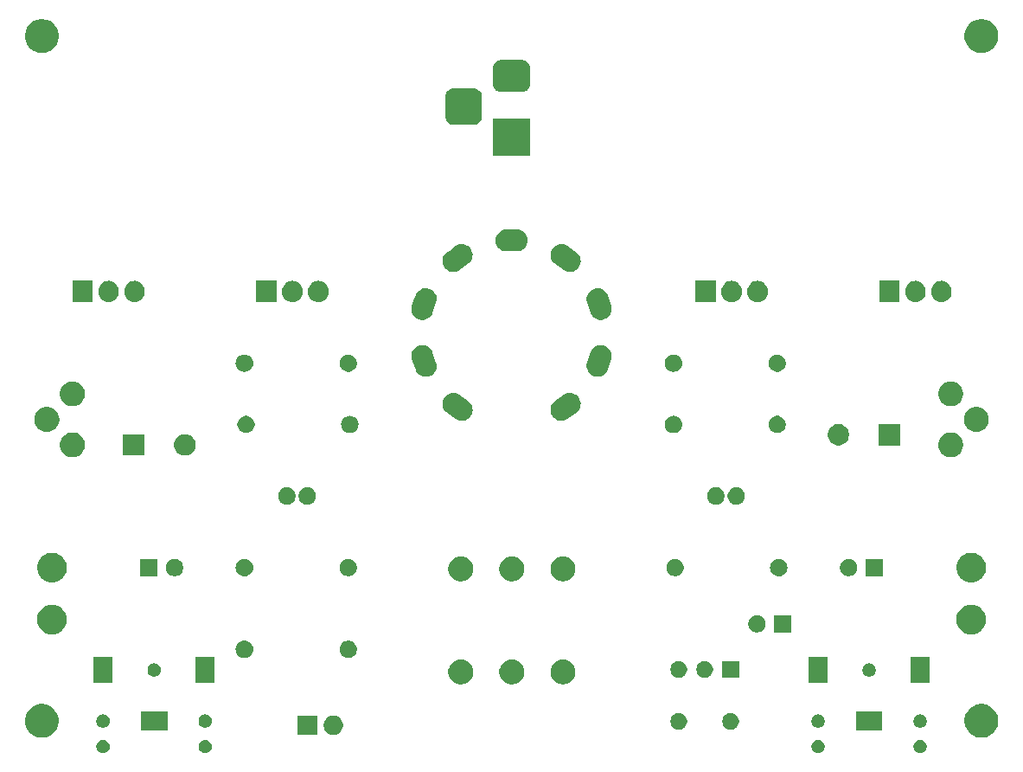
<source format=gbr>
G04 #@! TF.GenerationSoftware,KiCad,Pcbnew,(5.1.0)-1*
G04 #@! TF.CreationDate,2019-04-15T23:00:07-07:00*
G04 #@! TF.ProjectId,12AU7-Amplifier,31324155-372d-4416-9d70-6c6966696572,rev?*
G04 #@! TF.SameCoordinates,Original*
G04 #@! TF.FileFunction,Soldermask,Top*
G04 #@! TF.FilePolarity,Negative*
%FSLAX46Y46*%
G04 Gerber Fmt 4.6, Leading zero omitted, Abs format (unit mm)*
G04 Created by KiCad (PCBNEW (5.1.0)-1) date 2019-04-15 23:00:07*
%MOMM*%
%LPD*%
G04 APERTURE LIST*
%ADD10C,0.100000*%
G04 APERTURE END LIST*
D10*
G36*
X190189890Y-147874017D02*
G01*
X190308364Y-147923091D01*
X190414988Y-147994335D01*
X190505665Y-148085012D01*
X190576909Y-148191636D01*
X190625983Y-148310110D01*
X190651000Y-148435882D01*
X190651000Y-148564118D01*
X190625983Y-148689890D01*
X190576909Y-148808364D01*
X190505665Y-148914988D01*
X190414988Y-149005665D01*
X190308364Y-149076909D01*
X190308363Y-149076910D01*
X190308362Y-149076910D01*
X190189890Y-149125983D01*
X190064119Y-149151000D01*
X189935881Y-149151000D01*
X189810110Y-149125983D01*
X189691638Y-149076910D01*
X189691637Y-149076910D01*
X189691636Y-149076909D01*
X189585012Y-149005665D01*
X189494335Y-148914988D01*
X189423091Y-148808364D01*
X189374017Y-148689890D01*
X189349000Y-148564118D01*
X189349000Y-148435882D01*
X189374017Y-148310110D01*
X189423091Y-148191636D01*
X189494335Y-148085012D01*
X189585012Y-147994335D01*
X189691636Y-147923091D01*
X189810110Y-147874017D01*
X189935881Y-147849000D01*
X190064119Y-147849000D01*
X190189890Y-147874017D01*
X190189890Y-147874017D01*
G37*
G36*
X120189890Y-147874017D02*
G01*
X120308364Y-147923091D01*
X120414988Y-147994335D01*
X120505665Y-148085012D01*
X120576909Y-148191636D01*
X120625983Y-148310110D01*
X120651000Y-148435882D01*
X120651000Y-148564118D01*
X120625983Y-148689890D01*
X120576909Y-148808364D01*
X120505665Y-148914988D01*
X120414988Y-149005665D01*
X120308364Y-149076909D01*
X120308363Y-149076910D01*
X120308362Y-149076910D01*
X120189890Y-149125983D01*
X120064119Y-149151000D01*
X119935881Y-149151000D01*
X119810110Y-149125983D01*
X119691638Y-149076910D01*
X119691637Y-149076910D01*
X119691636Y-149076909D01*
X119585012Y-149005665D01*
X119494335Y-148914988D01*
X119423091Y-148808364D01*
X119374017Y-148689890D01*
X119349000Y-148564118D01*
X119349000Y-148435882D01*
X119374017Y-148310110D01*
X119423091Y-148191636D01*
X119494335Y-148085012D01*
X119585012Y-147994335D01*
X119691636Y-147923091D01*
X119810110Y-147874017D01*
X119935881Y-147849000D01*
X120064119Y-147849000D01*
X120189890Y-147874017D01*
X120189890Y-147874017D01*
G37*
G36*
X110189890Y-147874017D02*
G01*
X110308364Y-147923091D01*
X110414988Y-147994335D01*
X110505665Y-148085012D01*
X110576909Y-148191636D01*
X110625983Y-148310110D01*
X110651000Y-148435882D01*
X110651000Y-148564118D01*
X110625983Y-148689890D01*
X110576909Y-148808364D01*
X110505665Y-148914988D01*
X110414988Y-149005665D01*
X110308364Y-149076909D01*
X110308363Y-149076910D01*
X110308362Y-149076910D01*
X110189890Y-149125983D01*
X110064119Y-149151000D01*
X109935881Y-149151000D01*
X109810110Y-149125983D01*
X109691638Y-149076910D01*
X109691637Y-149076910D01*
X109691636Y-149076909D01*
X109585012Y-149005665D01*
X109494335Y-148914988D01*
X109423091Y-148808364D01*
X109374017Y-148689890D01*
X109349000Y-148564118D01*
X109349000Y-148435882D01*
X109374017Y-148310110D01*
X109423091Y-148191636D01*
X109494335Y-148085012D01*
X109585012Y-147994335D01*
X109691636Y-147923091D01*
X109810110Y-147874017D01*
X109935881Y-147849000D01*
X110064119Y-147849000D01*
X110189890Y-147874017D01*
X110189890Y-147874017D01*
G37*
G36*
X180189890Y-147874017D02*
G01*
X180308364Y-147923091D01*
X180414988Y-147994335D01*
X180505665Y-148085012D01*
X180576909Y-148191636D01*
X180625983Y-148310110D01*
X180651000Y-148435882D01*
X180651000Y-148564118D01*
X180625983Y-148689890D01*
X180576909Y-148808364D01*
X180505665Y-148914988D01*
X180414988Y-149005665D01*
X180308364Y-149076909D01*
X180308363Y-149076910D01*
X180308362Y-149076910D01*
X180189890Y-149125983D01*
X180064119Y-149151000D01*
X179935881Y-149151000D01*
X179810110Y-149125983D01*
X179691638Y-149076910D01*
X179691637Y-149076910D01*
X179691636Y-149076909D01*
X179585012Y-149005665D01*
X179494335Y-148914988D01*
X179423091Y-148808364D01*
X179374017Y-148689890D01*
X179349000Y-148564118D01*
X179349000Y-148435882D01*
X179374017Y-148310110D01*
X179423091Y-148191636D01*
X179494335Y-148085012D01*
X179585012Y-147994335D01*
X179691636Y-147923091D01*
X179810110Y-147874017D01*
X179935881Y-147849000D01*
X180064119Y-147849000D01*
X180189890Y-147874017D01*
X180189890Y-147874017D01*
G37*
G36*
X104375256Y-144391298D02*
G01*
X104481579Y-144412447D01*
X104782042Y-144536903D01*
X105052451Y-144717585D01*
X105282415Y-144947549D01*
X105463097Y-145217958D01*
X105463098Y-145217960D01*
X105483925Y-145268242D01*
X105586363Y-145515547D01*
X105587553Y-145518422D01*
X105651000Y-145837389D01*
X105651000Y-146162611D01*
X105626229Y-146287142D01*
X105587553Y-146481579D01*
X105463097Y-146782042D01*
X105282415Y-147052451D01*
X105052451Y-147282415D01*
X104782042Y-147463097D01*
X104481579Y-147587553D01*
X104375256Y-147608702D01*
X104162611Y-147651000D01*
X103837389Y-147651000D01*
X103624744Y-147608702D01*
X103518421Y-147587553D01*
X103217958Y-147463097D01*
X102947549Y-147282415D01*
X102717585Y-147052451D01*
X102536903Y-146782042D01*
X102412447Y-146481579D01*
X102373771Y-146287142D01*
X102349000Y-146162611D01*
X102349000Y-145837389D01*
X102412447Y-145518422D01*
X102413638Y-145515547D01*
X102516075Y-145268242D01*
X102536902Y-145217960D01*
X102536903Y-145217958D01*
X102717585Y-144947549D01*
X102947549Y-144717585D01*
X103217958Y-144536903D01*
X103518421Y-144412447D01*
X103624744Y-144391298D01*
X103837389Y-144349000D01*
X104162611Y-144349000D01*
X104375256Y-144391298D01*
X104375256Y-144391298D01*
G37*
G36*
X196375256Y-144391298D02*
G01*
X196481579Y-144412447D01*
X196782042Y-144536903D01*
X197052451Y-144717585D01*
X197282415Y-144947549D01*
X197463097Y-145217958D01*
X197463098Y-145217960D01*
X197483925Y-145268242D01*
X197586363Y-145515547D01*
X197587553Y-145518422D01*
X197651000Y-145837389D01*
X197651000Y-146162611D01*
X197626229Y-146287142D01*
X197587553Y-146481579D01*
X197463097Y-146782042D01*
X197282415Y-147052451D01*
X197052451Y-147282415D01*
X196782042Y-147463097D01*
X196481579Y-147587553D01*
X196375256Y-147608702D01*
X196162611Y-147651000D01*
X195837389Y-147651000D01*
X195624744Y-147608702D01*
X195518421Y-147587553D01*
X195217958Y-147463097D01*
X194947549Y-147282415D01*
X194717585Y-147052451D01*
X194536903Y-146782042D01*
X194412447Y-146481579D01*
X194373771Y-146287142D01*
X194349000Y-146162611D01*
X194349000Y-145837389D01*
X194412447Y-145518422D01*
X194413638Y-145515547D01*
X194516075Y-145268242D01*
X194536902Y-145217960D01*
X194536903Y-145217958D01*
X194717585Y-144947549D01*
X194947549Y-144717585D01*
X195217958Y-144536903D01*
X195518421Y-144412447D01*
X195624744Y-144391298D01*
X195837389Y-144349000D01*
X196162611Y-144349000D01*
X196375256Y-144391298D01*
X196375256Y-144391298D01*
G37*
G36*
X130951000Y-147381000D02*
G01*
X129049000Y-147381000D01*
X129049000Y-145479000D01*
X130951000Y-145479000D01*
X130951000Y-147381000D01*
X130951000Y-147381000D01*
G37*
G36*
X132817395Y-145515546D02*
G01*
X132990466Y-145587234D01*
X132990467Y-145587235D01*
X133146227Y-145691310D01*
X133278690Y-145823773D01*
X133278691Y-145823775D01*
X133382766Y-145979534D01*
X133454454Y-146152605D01*
X133491000Y-146336333D01*
X133491000Y-146523667D01*
X133454454Y-146707395D01*
X133382766Y-146880466D01*
X133382765Y-146880467D01*
X133278690Y-147036227D01*
X133146227Y-147168690D01*
X133067818Y-147221081D01*
X132990466Y-147272766D01*
X132817395Y-147344454D01*
X132633667Y-147381000D01*
X132446333Y-147381000D01*
X132262605Y-147344454D01*
X132089534Y-147272766D01*
X132012182Y-147221081D01*
X131933773Y-147168690D01*
X131801310Y-147036227D01*
X131697235Y-146880467D01*
X131697234Y-146880466D01*
X131625546Y-146707395D01*
X131589000Y-146523667D01*
X131589000Y-146336333D01*
X131625546Y-146152605D01*
X131697234Y-145979534D01*
X131801309Y-145823775D01*
X131801310Y-145823773D01*
X131933773Y-145691310D01*
X132089533Y-145587235D01*
X132089534Y-145587234D01*
X132262605Y-145515546D01*
X132446333Y-145479000D01*
X132633667Y-145479000D01*
X132817395Y-145515546D01*
X132817395Y-145515546D01*
G37*
G36*
X186301000Y-146951000D02*
G01*
X183699000Y-146951000D01*
X183699000Y-145049000D01*
X186301000Y-145049000D01*
X186301000Y-146951000D01*
X186301000Y-146951000D01*
G37*
G36*
X116301000Y-146951000D02*
G01*
X113699000Y-146951000D01*
X113699000Y-145049000D01*
X116301000Y-145049000D01*
X116301000Y-146951000D01*
X116301000Y-146951000D01*
G37*
G36*
X171687142Y-145268242D02*
G01*
X171835101Y-145329529D01*
X171968255Y-145418499D01*
X172081501Y-145531745D01*
X172170471Y-145664899D01*
X172231758Y-145812858D01*
X172263000Y-145969925D01*
X172263000Y-146130075D01*
X172231758Y-146287142D01*
X172170471Y-146435101D01*
X172081501Y-146568255D01*
X171968255Y-146681501D01*
X171835101Y-146770471D01*
X171687142Y-146831758D01*
X171530075Y-146863000D01*
X171369925Y-146863000D01*
X171212858Y-146831758D01*
X171064899Y-146770471D01*
X170931745Y-146681501D01*
X170818499Y-146568255D01*
X170729529Y-146435101D01*
X170668242Y-146287142D01*
X170637000Y-146130075D01*
X170637000Y-145969925D01*
X170668242Y-145812858D01*
X170729529Y-145664899D01*
X170818499Y-145531745D01*
X170931745Y-145418499D01*
X171064899Y-145329529D01*
X171212858Y-145268242D01*
X171369925Y-145237000D01*
X171530075Y-145237000D01*
X171687142Y-145268242D01*
X171687142Y-145268242D01*
G37*
G36*
X166607142Y-145268242D02*
G01*
X166755101Y-145329529D01*
X166888255Y-145418499D01*
X167001501Y-145531745D01*
X167090471Y-145664899D01*
X167151758Y-145812858D01*
X167183000Y-145969925D01*
X167183000Y-146130075D01*
X167151758Y-146287142D01*
X167090471Y-146435101D01*
X167001501Y-146568255D01*
X166888255Y-146681501D01*
X166755101Y-146770471D01*
X166607142Y-146831758D01*
X166450075Y-146863000D01*
X166289925Y-146863000D01*
X166132858Y-146831758D01*
X165984899Y-146770471D01*
X165851745Y-146681501D01*
X165738499Y-146568255D01*
X165649529Y-146435101D01*
X165588242Y-146287142D01*
X165557000Y-146130075D01*
X165557000Y-145969925D01*
X165588242Y-145812858D01*
X165649529Y-145664899D01*
X165738499Y-145531745D01*
X165851745Y-145418499D01*
X165984899Y-145329529D01*
X166132858Y-145268242D01*
X166289925Y-145237000D01*
X166450075Y-145237000D01*
X166607142Y-145268242D01*
X166607142Y-145268242D01*
G37*
G36*
X120189890Y-145374017D02*
G01*
X120308364Y-145423091D01*
X120414988Y-145494335D01*
X120505665Y-145585012D01*
X120576691Y-145691309D01*
X120576910Y-145691638D01*
X120625983Y-145810110D01*
X120651000Y-145935881D01*
X120651000Y-146064119D01*
X120633399Y-146152605D01*
X120625983Y-146189890D01*
X120576909Y-146308364D01*
X120505665Y-146414988D01*
X120414988Y-146505665D01*
X120308364Y-146576909D01*
X120308363Y-146576910D01*
X120308362Y-146576910D01*
X120189890Y-146625983D01*
X120064119Y-146651000D01*
X119935881Y-146651000D01*
X119810110Y-146625983D01*
X119691638Y-146576910D01*
X119691637Y-146576910D01*
X119691636Y-146576909D01*
X119585012Y-146505665D01*
X119494335Y-146414988D01*
X119423091Y-146308364D01*
X119374017Y-146189890D01*
X119366601Y-146152605D01*
X119349000Y-146064119D01*
X119349000Y-145935881D01*
X119374017Y-145810110D01*
X119423090Y-145691638D01*
X119423310Y-145691309D01*
X119494335Y-145585012D01*
X119585012Y-145494335D01*
X119691636Y-145423091D01*
X119810110Y-145374017D01*
X119935881Y-145349000D01*
X120064119Y-145349000D01*
X120189890Y-145374017D01*
X120189890Y-145374017D01*
G37*
G36*
X110189890Y-145374017D02*
G01*
X110308364Y-145423091D01*
X110414988Y-145494335D01*
X110505665Y-145585012D01*
X110576691Y-145691309D01*
X110576910Y-145691638D01*
X110625983Y-145810110D01*
X110651000Y-145935881D01*
X110651000Y-146064119D01*
X110633399Y-146152605D01*
X110625983Y-146189890D01*
X110576909Y-146308364D01*
X110505665Y-146414988D01*
X110414988Y-146505665D01*
X110308364Y-146576909D01*
X110308363Y-146576910D01*
X110308362Y-146576910D01*
X110189890Y-146625983D01*
X110064119Y-146651000D01*
X109935881Y-146651000D01*
X109810110Y-146625983D01*
X109691638Y-146576910D01*
X109691637Y-146576910D01*
X109691636Y-146576909D01*
X109585012Y-146505665D01*
X109494335Y-146414988D01*
X109423091Y-146308364D01*
X109374017Y-146189890D01*
X109366601Y-146152605D01*
X109349000Y-146064119D01*
X109349000Y-145935881D01*
X109374017Y-145810110D01*
X109423090Y-145691638D01*
X109423310Y-145691309D01*
X109494335Y-145585012D01*
X109585012Y-145494335D01*
X109691636Y-145423091D01*
X109810110Y-145374017D01*
X109935881Y-145349000D01*
X110064119Y-145349000D01*
X110189890Y-145374017D01*
X110189890Y-145374017D01*
G37*
G36*
X190189890Y-145374017D02*
G01*
X190308364Y-145423091D01*
X190414988Y-145494335D01*
X190505665Y-145585012D01*
X190576691Y-145691309D01*
X190576910Y-145691638D01*
X190625983Y-145810110D01*
X190651000Y-145935881D01*
X190651000Y-146064119D01*
X190633399Y-146152605D01*
X190625983Y-146189890D01*
X190576909Y-146308364D01*
X190505665Y-146414988D01*
X190414988Y-146505665D01*
X190308364Y-146576909D01*
X190308363Y-146576910D01*
X190308362Y-146576910D01*
X190189890Y-146625983D01*
X190064119Y-146651000D01*
X189935881Y-146651000D01*
X189810110Y-146625983D01*
X189691638Y-146576910D01*
X189691637Y-146576910D01*
X189691636Y-146576909D01*
X189585012Y-146505665D01*
X189494335Y-146414988D01*
X189423091Y-146308364D01*
X189374017Y-146189890D01*
X189366601Y-146152605D01*
X189349000Y-146064119D01*
X189349000Y-145935881D01*
X189374017Y-145810110D01*
X189423090Y-145691638D01*
X189423310Y-145691309D01*
X189494335Y-145585012D01*
X189585012Y-145494335D01*
X189691636Y-145423091D01*
X189810110Y-145374017D01*
X189935881Y-145349000D01*
X190064119Y-145349000D01*
X190189890Y-145374017D01*
X190189890Y-145374017D01*
G37*
G36*
X180189890Y-145374017D02*
G01*
X180308364Y-145423091D01*
X180414988Y-145494335D01*
X180505665Y-145585012D01*
X180576691Y-145691309D01*
X180576910Y-145691638D01*
X180625983Y-145810110D01*
X180651000Y-145935881D01*
X180651000Y-146064119D01*
X180633399Y-146152605D01*
X180625983Y-146189890D01*
X180576909Y-146308364D01*
X180505665Y-146414988D01*
X180414988Y-146505665D01*
X180308364Y-146576909D01*
X180308363Y-146576910D01*
X180308362Y-146576910D01*
X180189890Y-146625983D01*
X180064119Y-146651000D01*
X179935881Y-146651000D01*
X179810110Y-146625983D01*
X179691638Y-146576910D01*
X179691637Y-146576910D01*
X179691636Y-146576909D01*
X179585012Y-146505665D01*
X179494335Y-146414988D01*
X179423091Y-146308364D01*
X179374017Y-146189890D01*
X179366601Y-146152605D01*
X179349000Y-146064119D01*
X179349000Y-145935881D01*
X179374017Y-145810110D01*
X179423090Y-145691638D01*
X179423310Y-145691309D01*
X179494335Y-145585012D01*
X179585012Y-145494335D01*
X179691636Y-145423091D01*
X179810110Y-145374017D01*
X179935881Y-145349000D01*
X180064119Y-145349000D01*
X180189890Y-145374017D01*
X180189890Y-145374017D01*
G37*
G36*
X145381553Y-140029642D02*
G01*
X145473594Y-140067767D01*
X145603759Y-140121683D01*
X145803742Y-140255307D01*
X145973813Y-140425378D01*
X146107437Y-140625361D01*
X146151963Y-140732857D01*
X146183963Y-140810110D01*
X146199478Y-140847568D01*
X146242553Y-141064119D01*
X146246400Y-141083462D01*
X146246400Y-141323978D01*
X146210261Y-141505665D01*
X146199478Y-141559872D01*
X146107437Y-141782079D01*
X145973813Y-141982062D01*
X145803742Y-142152133D01*
X145603759Y-142285757D01*
X145473594Y-142339673D01*
X145381553Y-142377798D01*
X145263605Y-142401259D01*
X145145659Y-142424720D01*
X144905141Y-142424720D01*
X144787195Y-142401259D01*
X144669247Y-142377798D01*
X144577206Y-142339673D01*
X144447041Y-142285757D01*
X144247058Y-142152133D01*
X144076987Y-141982062D01*
X143943363Y-141782079D01*
X143851322Y-141559872D01*
X143840540Y-141505665D01*
X143804400Y-141323978D01*
X143804400Y-141083462D01*
X143808248Y-141064119D01*
X143851322Y-140847568D01*
X143866838Y-140810110D01*
X143898837Y-140732857D01*
X143943363Y-140625361D01*
X144076987Y-140425378D01*
X144247058Y-140255307D01*
X144447041Y-140121683D01*
X144577206Y-140067767D01*
X144669247Y-140029642D01*
X144905141Y-139982720D01*
X145145659Y-139982720D01*
X145381553Y-140029642D01*
X145381553Y-140029642D01*
G37*
G36*
X150381553Y-140029642D02*
G01*
X150473594Y-140067767D01*
X150603759Y-140121683D01*
X150803742Y-140255307D01*
X150973813Y-140425378D01*
X151107437Y-140625361D01*
X151151963Y-140732857D01*
X151183963Y-140810110D01*
X151199478Y-140847568D01*
X151242553Y-141064119D01*
X151246400Y-141083462D01*
X151246400Y-141323978D01*
X151210261Y-141505665D01*
X151199478Y-141559872D01*
X151107437Y-141782079D01*
X150973813Y-141982062D01*
X150803742Y-142152133D01*
X150603759Y-142285757D01*
X150473594Y-142339673D01*
X150381553Y-142377798D01*
X150263605Y-142401259D01*
X150145659Y-142424720D01*
X149905141Y-142424720D01*
X149787195Y-142401259D01*
X149669247Y-142377798D01*
X149577206Y-142339673D01*
X149447041Y-142285757D01*
X149247058Y-142152133D01*
X149076987Y-141982062D01*
X148943363Y-141782079D01*
X148851322Y-141559872D01*
X148840540Y-141505665D01*
X148804400Y-141323978D01*
X148804400Y-141083462D01*
X148808248Y-141064119D01*
X148851322Y-140847568D01*
X148866838Y-140810110D01*
X148898837Y-140732857D01*
X148943363Y-140625361D01*
X149076987Y-140425378D01*
X149247058Y-140255307D01*
X149447041Y-140121683D01*
X149577206Y-140067767D01*
X149669247Y-140029642D01*
X149905141Y-139982720D01*
X150145659Y-139982720D01*
X150381553Y-140029642D01*
X150381553Y-140029642D01*
G37*
G36*
X155381553Y-140029642D02*
G01*
X155473594Y-140067767D01*
X155603759Y-140121683D01*
X155803742Y-140255307D01*
X155973813Y-140425378D01*
X156107437Y-140625361D01*
X156151963Y-140732857D01*
X156183963Y-140810110D01*
X156199478Y-140847568D01*
X156242553Y-141064119D01*
X156246400Y-141083462D01*
X156246400Y-141323978D01*
X156210261Y-141505665D01*
X156199478Y-141559872D01*
X156107437Y-141782079D01*
X155973813Y-141982062D01*
X155803742Y-142152133D01*
X155603759Y-142285757D01*
X155473594Y-142339673D01*
X155381553Y-142377798D01*
X155263605Y-142401259D01*
X155145659Y-142424720D01*
X154905141Y-142424720D01*
X154787195Y-142401259D01*
X154669247Y-142377798D01*
X154577206Y-142339673D01*
X154447041Y-142285757D01*
X154247058Y-142152133D01*
X154076987Y-141982062D01*
X153943363Y-141782079D01*
X153851322Y-141559872D01*
X153840540Y-141505665D01*
X153804400Y-141323978D01*
X153804400Y-141083462D01*
X153808248Y-141064119D01*
X153851322Y-140847568D01*
X153866838Y-140810110D01*
X153898837Y-140732857D01*
X153943363Y-140625361D01*
X154076987Y-140425378D01*
X154247058Y-140255307D01*
X154447041Y-140121683D01*
X154577206Y-140067767D01*
X154669247Y-140029642D01*
X154905141Y-139982720D01*
X155145659Y-139982720D01*
X155381553Y-140029642D01*
X155381553Y-140029642D01*
G37*
G36*
X110951000Y-142301000D02*
G01*
X109049000Y-142301000D01*
X109049000Y-139699000D01*
X110951000Y-139699000D01*
X110951000Y-142301000D01*
X110951000Y-142301000D01*
G37*
G36*
X190951000Y-142301000D02*
G01*
X189049000Y-142301000D01*
X189049000Y-139699000D01*
X190951000Y-139699000D01*
X190951000Y-142301000D01*
X190951000Y-142301000D01*
G37*
G36*
X180951000Y-142301000D02*
G01*
X179049000Y-142301000D01*
X179049000Y-139699000D01*
X180951000Y-139699000D01*
X180951000Y-142301000D01*
X180951000Y-142301000D01*
G37*
G36*
X120951000Y-142301000D02*
G01*
X119049000Y-142301000D01*
X119049000Y-139699000D01*
X120951000Y-139699000D01*
X120951000Y-142301000D01*
X120951000Y-142301000D01*
G37*
G36*
X169147142Y-140188242D02*
G01*
X169295101Y-140249529D01*
X169428255Y-140338499D01*
X169541501Y-140451745D01*
X169630471Y-140584899D01*
X169691758Y-140732858D01*
X169723000Y-140889925D01*
X169723000Y-141050075D01*
X169691758Y-141207142D01*
X169630471Y-141355101D01*
X169541501Y-141488255D01*
X169428255Y-141601501D01*
X169295101Y-141690471D01*
X169147142Y-141751758D01*
X168990075Y-141783000D01*
X168829925Y-141783000D01*
X168672858Y-141751758D01*
X168524899Y-141690471D01*
X168391745Y-141601501D01*
X168278499Y-141488255D01*
X168189529Y-141355101D01*
X168128242Y-141207142D01*
X168097000Y-141050075D01*
X168097000Y-140889925D01*
X168128242Y-140732858D01*
X168189529Y-140584899D01*
X168278499Y-140451745D01*
X168391745Y-140338499D01*
X168524899Y-140249529D01*
X168672858Y-140188242D01*
X168829925Y-140157000D01*
X168990075Y-140157000D01*
X169147142Y-140188242D01*
X169147142Y-140188242D01*
G37*
G36*
X166607142Y-140188242D02*
G01*
X166755101Y-140249529D01*
X166888255Y-140338499D01*
X167001501Y-140451745D01*
X167090471Y-140584899D01*
X167151758Y-140732858D01*
X167183000Y-140889925D01*
X167183000Y-141050075D01*
X167151758Y-141207142D01*
X167090471Y-141355101D01*
X167001501Y-141488255D01*
X166888255Y-141601501D01*
X166755101Y-141690471D01*
X166607142Y-141751758D01*
X166450075Y-141783000D01*
X166289925Y-141783000D01*
X166132858Y-141751758D01*
X165984899Y-141690471D01*
X165851745Y-141601501D01*
X165738499Y-141488255D01*
X165649529Y-141355101D01*
X165588242Y-141207142D01*
X165557000Y-141050075D01*
X165557000Y-140889925D01*
X165588242Y-140732858D01*
X165649529Y-140584899D01*
X165738499Y-140451745D01*
X165851745Y-140338499D01*
X165984899Y-140249529D01*
X166132858Y-140188242D01*
X166289925Y-140157000D01*
X166450075Y-140157000D01*
X166607142Y-140188242D01*
X166607142Y-140188242D01*
G37*
G36*
X172263000Y-141783000D02*
G01*
X170637000Y-141783000D01*
X170637000Y-140157000D01*
X172263000Y-140157000D01*
X172263000Y-141783000D01*
X172263000Y-141783000D01*
G37*
G36*
X115189890Y-140374017D02*
G01*
X115308364Y-140423091D01*
X115414988Y-140494335D01*
X115505665Y-140585012D01*
X115576910Y-140691638D01*
X115625983Y-140810110D01*
X115651000Y-140935881D01*
X115651000Y-141064119D01*
X115625983Y-141189890D01*
X115576909Y-141308364D01*
X115505665Y-141414988D01*
X115414988Y-141505665D01*
X115308364Y-141576909D01*
X115308363Y-141576910D01*
X115308362Y-141576910D01*
X115189890Y-141625983D01*
X115064119Y-141651000D01*
X114935881Y-141651000D01*
X114810110Y-141625983D01*
X114691638Y-141576910D01*
X114691637Y-141576910D01*
X114691636Y-141576909D01*
X114585012Y-141505665D01*
X114494335Y-141414988D01*
X114423091Y-141308364D01*
X114374017Y-141189890D01*
X114349000Y-141064119D01*
X114349000Y-140935881D01*
X114374017Y-140810110D01*
X114423090Y-140691638D01*
X114494335Y-140585012D01*
X114585012Y-140494335D01*
X114691636Y-140423091D01*
X114810110Y-140374017D01*
X114935881Y-140349000D01*
X115064119Y-140349000D01*
X115189890Y-140374017D01*
X115189890Y-140374017D01*
G37*
G36*
X185189890Y-140374017D02*
G01*
X185308364Y-140423091D01*
X185414988Y-140494335D01*
X185505665Y-140585012D01*
X185576910Y-140691638D01*
X185625983Y-140810110D01*
X185651000Y-140935881D01*
X185651000Y-141064119D01*
X185625983Y-141189890D01*
X185576909Y-141308364D01*
X185505665Y-141414988D01*
X185414988Y-141505665D01*
X185308364Y-141576909D01*
X185308363Y-141576910D01*
X185308362Y-141576910D01*
X185189890Y-141625983D01*
X185064119Y-141651000D01*
X184935881Y-141651000D01*
X184810110Y-141625983D01*
X184691638Y-141576910D01*
X184691637Y-141576910D01*
X184691636Y-141576909D01*
X184585012Y-141505665D01*
X184494335Y-141414988D01*
X184423091Y-141308364D01*
X184374017Y-141189890D01*
X184349000Y-141064119D01*
X184349000Y-140935881D01*
X184374017Y-140810110D01*
X184423090Y-140691638D01*
X184494335Y-140585012D01*
X184585012Y-140494335D01*
X184691636Y-140423091D01*
X184810110Y-140374017D01*
X184935881Y-140349000D01*
X185064119Y-140349000D01*
X185189890Y-140374017D01*
X185189890Y-140374017D01*
G37*
G36*
X134248228Y-138181703D02*
G01*
X134403100Y-138245853D01*
X134542481Y-138338985D01*
X134661015Y-138457519D01*
X134754147Y-138596900D01*
X134818297Y-138751772D01*
X134851000Y-138916184D01*
X134851000Y-139083816D01*
X134818297Y-139248228D01*
X134754147Y-139403100D01*
X134661015Y-139542481D01*
X134542481Y-139661015D01*
X134403100Y-139754147D01*
X134248228Y-139818297D01*
X134083816Y-139851000D01*
X133916184Y-139851000D01*
X133751772Y-139818297D01*
X133596900Y-139754147D01*
X133457519Y-139661015D01*
X133338985Y-139542481D01*
X133245853Y-139403100D01*
X133181703Y-139248228D01*
X133149000Y-139083816D01*
X133149000Y-138916184D01*
X133181703Y-138751772D01*
X133245853Y-138596900D01*
X133338985Y-138457519D01*
X133457519Y-138338985D01*
X133596900Y-138245853D01*
X133751772Y-138181703D01*
X133916184Y-138149000D01*
X134083816Y-138149000D01*
X134248228Y-138181703D01*
X134248228Y-138181703D01*
G37*
G36*
X124006823Y-138161313D02*
G01*
X124167242Y-138209976D01*
X124234361Y-138245852D01*
X124315078Y-138288996D01*
X124444659Y-138395341D01*
X124551004Y-138524922D01*
X124551005Y-138524924D01*
X124630024Y-138672758D01*
X124678687Y-138833177D01*
X124695117Y-139000000D01*
X124678687Y-139166823D01*
X124630024Y-139327242D01*
X124589477Y-139403100D01*
X124551004Y-139475078D01*
X124444659Y-139604659D01*
X124315078Y-139711004D01*
X124315076Y-139711005D01*
X124167242Y-139790024D01*
X124006823Y-139838687D01*
X123881804Y-139851000D01*
X123798196Y-139851000D01*
X123673177Y-139838687D01*
X123512758Y-139790024D01*
X123364924Y-139711005D01*
X123364922Y-139711004D01*
X123235341Y-139604659D01*
X123128996Y-139475078D01*
X123090523Y-139403100D01*
X123049976Y-139327242D01*
X123001313Y-139166823D01*
X122984883Y-139000000D01*
X123001313Y-138833177D01*
X123049976Y-138672758D01*
X123128995Y-138524924D01*
X123128996Y-138524922D01*
X123235341Y-138395341D01*
X123364922Y-138288996D01*
X123445639Y-138245852D01*
X123512758Y-138209976D01*
X123673177Y-138161313D01*
X123798196Y-138149000D01*
X123881804Y-138149000D01*
X124006823Y-138161313D01*
X124006823Y-138161313D01*
G37*
G36*
X195177861Y-134639498D02*
G01*
X195284446Y-134649995D01*
X195557960Y-134732965D01*
X195557963Y-134732966D01*
X195810028Y-134867698D01*
X195810029Y-134867699D01*
X195810033Y-134867701D01*
X196030976Y-135049024D01*
X196212299Y-135269967D01*
X196212301Y-135269971D01*
X196212302Y-135269972D01*
X196347034Y-135522037D01*
X196347035Y-135522040D01*
X196430005Y-135795554D01*
X196458020Y-136080000D01*
X196430005Y-136364446D01*
X196414310Y-136416184D01*
X196347034Y-136637963D01*
X196288095Y-136748229D01*
X196212299Y-136890033D01*
X196030976Y-137110976D01*
X195810033Y-137292299D01*
X195810029Y-137292301D01*
X195810028Y-137292302D01*
X195557963Y-137427034D01*
X195557960Y-137427035D01*
X195284446Y-137510005D01*
X195177861Y-137520502D01*
X195071278Y-137531000D01*
X194928722Y-137531000D01*
X194822139Y-137520502D01*
X194715554Y-137510005D01*
X194442040Y-137427035D01*
X194442037Y-137427034D01*
X194189972Y-137292302D01*
X194189971Y-137292301D01*
X194189967Y-137292299D01*
X193969024Y-137110976D01*
X193787701Y-136890033D01*
X193711905Y-136748229D01*
X193652966Y-136637963D01*
X193585690Y-136416184D01*
X193569995Y-136364446D01*
X193541980Y-136080000D01*
X193569995Y-135795554D01*
X193652965Y-135522040D01*
X193652966Y-135522037D01*
X193787698Y-135269972D01*
X193787699Y-135269971D01*
X193787701Y-135269967D01*
X193969024Y-135049024D01*
X194189967Y-134867701D01*
X194189971Y-134867699D01*
X194189972Y-134867698D01*
X194442037Y-134732966D01*
X194442040Y-134732965D01*
X194715554Y-134649995D01*
X194822139Y-134639498D01*
X194928722Y-134629000D01*
X195071278Y-134629000D01*
X195177861Y-134639498D01*
X195177861Y-134639498D01*
G37*
G36*
X105177861Y-134639498D02*
G01*
X105284446Y-134649995D01*
X105557960Y-134732965D01*
X105557963Y-134732966D01*
X105810028Y-134867698D01*
X105810029Y-134867699D01*
X105810033Y-134867701D01*
X106030976Y-135049024D01*
X106212299Y-135269967D01*
X106212301Y-135269971D01*
X106212302Y-135269972D01*
X106347034Y-135522037D01*
X106347035Y-135522040D01*
X106430005Y-135795554D01*
X106458020Y-136080000D01*
X106430005Y-136364446D01*
X106414310Y-136416184D01*
X106347034Y-136637963D01*
X106288095Y-136748229D01*
X106212299Y-136890033D01*
X106030976Y-137110976D01*
X105810033Y-137292299D01*
X105810029Y-137292301D01*
X105810028Y-137292302D01*
X105557963Y-137427034D01*
X105557960Y-137427035D01*
X105284446Y-137510005D01*
X105177861Y-137520502D01*
X105071278Y-137531000D01*
X104928722Y-137531000D01*
X104822139Y-137520502D01*
X104715554Y-137510005D01*
X104442040Y-137427035D01*
X104442037Y-137427034D01*
X104189972Y-137292302D01*
X104189971Y-137292301D01*
X104189967Y-137292299D01*
X103969024Y-137110976D01*
X103787701Y-136890033D01*
X103711905Y-136748229D01*
X103652966Y-136637963D01*
X103585690Y-136416184D01*
X103569995Y-136364446D01*
X103541980Y-136080000D01*
X103569995Y-135795554D01*
X103652965Y-135522040D01*
X103652966Y-135522037D01*
X103787698Y-135269972D01*
X103787699Y-135269971D01*
X103787701Y-135269967D01*
X103969024Y-135049024D01*
X104189967Y-134867701D01*
X104189971Y-134867699D01*
X104189972Y-134867698D01*
X104442037Y-134732966D01*
X104442040Y-134732965D01*
X104715554Y-134649995D01*
X104822139Y-134639498D01*
X104928722Y-134629000D01*
X105071278Y-134629000D01*
X105177861Y-134639498D01*
X105177861Y-134639498D01*
G37*
G36*
X174278228Y-135681703D02*
G01*
X174433100Y-135745853D01*
X174572481Y-135838985D01*
X174691015Y-135957519D01*
X174784147Y-136096900D01*
X174848297Y-136251772D01*
X174881000Y-136416184D01*
X174881000Y-136583816D01*
X174848297Y-136748228D01*
X174784147Y-136903100D01*
X174691015Y-137042481D01*
X174572481Y-137161015D01*
X174433100Y-137254147D01*
X174278228Y-137318297D01*
X174113816Y-137351000D01*
X173946184Y-137351000D01*
X173781772Y-137318297D01*
X173626900Y-137254147D01*
X173487519Y-137161015D01*
X173368985Y-137042481D01*
X173275853Y-136903100D01*
X173211703Y-136748228D01*
X173179000Y-136583816D01*
X173179000Y-136416184D01*
X173211703Y-136251772D01*
X173275853Y-136096900D01*
X173368985Y-135957519D01*
X173487519Y-135838985D01*
X173626900Y-135745853D01*
X173781772Y-135681703D01*
X173946184Y-135649000D01*
X174113816Y-135649000D01*
X174278228Y-135681703D01*
X174278228Y-135681703D01*
G37*
G36*
X177381000Y-137351000D02*
G01*
X175679000Y-137351000D01*
X175679000Y-135649000D01*
X177381000Y-135649000D01*
X177381000Y-137351000D01*
X177381000Y-137351000D01*
G37*
G36*
X195423241Y-129604760D02*
G01*
X195687305Y-129714139D01*
X195924958Y-129872934D01*
X196127066Y-130075042D01*
X196285861Y-130312695D01*
X196395240Y-130576759D01*
X196451000Y-130857088D01*
X196451000Y-131142912D01*
X196395240Y-131423241D01*
X196285861Y-131687305D01*
X196127066Y-131924958D01*
X195924958Y-132127066D01*
X195687305Y-132285861D01*
X195423241Y-132395240D01*
X195142912Y-132451000D01*
X194857088Y-132451000D01*
X194576759Y-132395240D01*
X194312695Y-132285861D01*
X194075042Y-132127066D01*
X193872934Y-131924958D01*
X193714139Y-131687305D01*
X193604760Y-131423241D01*
X193549000Y-131142912D01*
X193549000Y-130857088D01*
X193604760Y-130576759D01*
X193714139Y-130312695D01*
X193872934Y-130075042D01*
X194075042Y-129872934D01*
X194312695Y-129714139D01*
X194576759Y-129604760D01*
X194857088Y-129549000D01*
X195142912Y-129549000D01*
X195423241Y-129604760D01*
X195423241Y-129604760D01*
G37*
G36*
X105423241Y-129604760D02*
G01*
X105687305Y-129714139D01*
X105924958Y-129872934D01*
X106127066Y-130075042D01*
X106285861Y-130312695D01*
X106395240Y-130576759D01*
X106451000Y-130857088D01*
X106451000Y-131142912D01*
X106395240Y-131423241D01*
X106285861Y-131687305D01*
X106127066Y-131924958D01*
X105924958Y-132127066D01*
X105687305Y-132285861D01*
X105423241Y-132395240D01*
X105142912Y-132451000D01*
X104857088Y-132451000D01*
X104576759Y-132395240D01*
X104312695Y-132285861D01*
X104075042Y-132127066D01*
X103872934Y-131924958D01*
X103714139Y-131687305D01*
X103604760Y-131423241D01*
X103549000Y-131142912D01*
X103549000Y-130857088D01*
X103604760Y-130576759D01*
X103714139Y-130312695D01*
X103872934Y-130075042D01*
X104075042Y-129872934D01*
X104312695Y-129714139D01*
X104576759Y-129604760D01*
X104857088Y-129549000D01*
X105142912Y-129549000D01*
X105423241Y-129604760D01*
X105423241Y-129604760D01*
G37*
G36*
X145263605Y-129926181D02*
G01*
X145381553Y-129949642D01*
X145473594Y-129987767D01*
X145603759Y-130041683D01*
X145803742Y-130175307D01*
X145973813Y-130345378D01*
X146107437Y-130545361D01*
X146120442Y-130576759D01*
X146199478Y-130767567D01*
X146217285Y-130857088D01*
X146246400Y-131003461D01*
X146246400Y-131243979D01*
X146229839Y-131327239D01*
X146214750Y-131403097D01*
X146199478Y-131479872D01*
X146107437Y-131702079D01*
X145973813Y-131902062D01*
X145803742Y-132072133D01*
X145603759Y-132205757D01*
X145473594Y-132259673D01*
X145381553Y-132297798D01*
X145263605Y-132321259D01*
X145145659Y-132344720D01*
X144905141Y-132344720D01*
X144787195Y-132321259D01*
X144669247Y-132297798D01*
X144577206Y-132259673D01*
X144447041Y-132205757D01*
X144247058Y-132072133D01*
X144076987Y-131902062D01*
X143943363Y-131702079D01*
X143851322Y-131479872D01*
X143836051Y-131403097D01*
X143820961Y-131327239D01*
X143804400Y-131243979D01*
X143804400Y-131003461D01*
X143833515Y-130857088D01*
X143851322Y-130767567D01*
X143930358Y-130576759D01*
X143943363Y-130545361D01*
X144076987Y-130345378D01*
X144247058Y-130175307D01*
X144447041Y-130041683D01*
X144577206Y-129987767D01*
X144669247Y-129949642D01*
X144787195Y-129926181D01*
X144905141Y-129902720D01*
X145145659Y-129902720D01*
X145263605Y-129926181D01*
X145263605Y-129926181D01*
G37*
G36*
X155263605Y-129926181D02*
G01*
X155381553Y-129949642D01*
X155473594Y-129987767D01*
X155603759Y-130041683D01*
X155803742Y-130175307D01*
X155973813Y-130345378D01*
X156107437Y-130545361D01*
X156120442Y-130576759D01*
X156199478Y-130767567D01*
X156217285Y-130857088D01*
X156246400Y-131003461D01*
X156246400Y-131243979D01*
X156229839Y-131327239D01*
X156214750Y-131403097D01*
X156199478Y-131479872D01*
X156107437Y-131702079D01*
X155973813Y-131902062D01*
X155803742Y-132072133D01*
X155603759Y-132205757D01*
X155473594Y-132259673D01*
X155381553Y-132297798D01*
X155263605Y-132321259D01*
X155145659Y-132344720D01*
X154905141Y-132344720D01*
X154787195Y-132321259D01*
X154669247Y-132297798D01*
X154577206Y-132259673D01*
X154447041Y-132205757D01*
X154247058Y-132072133D01*
X154076987Y-131902062D01*
X153943363Y-131702079D01*
X153851322Y-131479872D01*
X153836051Y-131403097D01*
X153820961Y-131327239D01*
X153804400Y-131243979D01*
X153804400Y-131003461D01*
X153833515Y-130857088D01*
X153851322Y-130767567D01*
X153930358Y-130576759D01*
X153943363Y-130545361D01*
X154076987Y-130345378D01*
X154247058Y-130175307D01*
X154447041Y-130041683D01*
X154577206Y-129987767D01*
X154669247Y-129949642D01*
X154787195Y-129926181D01*
X154905141Y-129902720D01*
X155145659Y-129902720D01*
X155263605Y-129926181D01*
X155263605Y-129926181D01*
G37*
G36*
X150263605Y-129926181D02*
G01*
X150381553Y-129949642D01*
X150473594Y-129987767D01*
X150603759Y-130041683D01*
X150803742Y-130175307D01*
X150973813Y-130345378D01*
X151107437Y-130545361D01*
X151120442Y-130576759D01*
X151199478Y-130767567D01*
X151217285Y-130857088D01*
X151246400Y-131003461D01*
X151246400Y-131243979D01*
X151229839Y-131327239D01*
X151214750Y-131403097D01*
X151199478Y-131479872D01*
X151107437Y-131702079D01*
X150973813Y-131902062D01*
X150803742Y-132072133D01*
X150603759Y-132205757D01*
X150473594Y-132259673D01*
X150381553Y-132297798D01*
X150263605Y-132321259D01*
X150145659Y-132344720D01*
X149905141Y-132344720D01*
X149787195Y-132321259D01*
X149669247Y-132297798D01*
X149577206Y-132259673D01*
X149447041Y-132205757D01*
X149247058Y-132072133D01*
X149076987Y-131902062D01*
X148943363Y-131702079D01*
X148851322Y-131479872D01*
X148836051Y-131403097D01*
X148820961Y-131327239D01*
X148804400Y-131243979D01*
X148804400Y-131003461D01*
X148833515Y-130857088D01*
X148851322Y-130767567D01*
X148930358Y-130576759D01*
X148943363Y-130545361D01*
X149076987Y-130345378D01*
X149247058Y-130175307D01*
X149447041Y-130041683D01*
X149577206Y-129987767D01*
X149669247Y-129949642D01*
X149787195Y-129926181D01*
X149905141Y-129902720D01*
X150145659Y-129902720D01*
X150263605Y-129926181D01*
X150263605Y-129926181D01*
G37*
G36*
X134248228Y-130181703D02*
G01*
X134403100Y-130245853D01*
X134542481Y-130338985D01*
X134661015Y-130457519D01*
X134754147Y-130596900D01*
X134818297Y-130751772D01*
X134851000Y-130916184D01*
X134851000Y-131083816D01*
X134818297Y-131248228D01*
X134754147Y-131403100D01*
X134661015Y-131542481D01*
X134542481Y-131661015D01*
X134403100Y-131754147D01*
X134248228Y-131818297D01*
X134083816Y-131851000D01*
X133916184Y-131851000D01*
X133751772Y-131818297D01*
X133596900Y-131754147D01*
X133457519Y-131661015D01*
X133338985Y-131542481D01*
X133245853Y-131403100D01*
X133181703Y-131248228D01*
X133149000Y-131083816D01*
X133149000Y-130916184D01*
X133181703Y-130751772D01*
X133245853Y-130596900D01*
X133338985Y-130457519D01*
X133457519Y-130338985D01*
X133596900Y-130245853D01*
X133751772Y-130181703D01*
X133916184Y-130149000D01*
X134083816Y-130149000D01*
X134248228Y-130181703D01*
X134248228Y-130181703D01*
G37*
G36*
X186351000Y-131851000D02*
G01*
X184649000Y-131851000D01*
X184649000Y-130149000D01*
X186351000Y-130149000D01*
X186351000Y-131851000D01*
X186351000Y-131851000D01*
G37*
G36*
X183248228Y-130181703D02*
G01*
X183403100Y-130245853D01*
X183542481Y-130338985D01*
X183661015Y-130457519D01*
X183754147Y-130596900D01*
X183818297Y-130751772D01*
X183851000Y-130916184D01*
X183851000Y-131083816D01*
X183818297Y-131248228D01*
X183754147Y-131403100D01*
X183661015Y-131542481D01*
X183542481Y-131661015D01*
X183403100Y-131754147D01*
X183248228Y-131818297D01*
X183083816Y-131851000D01*
X182916184Y-131851000D01*
X182751772Y-131818297D01*
X182596900Y-131754147D01*
X182457519Y-131661015D01*
X182338985Y-131542481D01*
X182245853Y-131403100D01*
X182181703Y-131248228D01*
X182149000Y-131083816D01*
X182149000Y-130916184D01*
X182181703Y-130751772D01*
X182245853Y-130596900D01*
X182338985Y-130457519D01*
X182457519Y-130338985D01*
X182596900Y-130245853D01*
X182751772Y-130181703D01*
X182916184Y-130149000D01*
X183083816Y-130149000D01*
X183248228Y-130181703D01*
X183248228Y-130181703D01*
G37*
G36*
X115351000Y-131851000D02*
G01*
X113649000Y-131851000D01*
X113649000Y-130149000D01*
X115351000Y-130149000D01*
X115351000Y-131851000D01*
X115351000Y-131851000D01*
G37*
G36*
X117248228Y-130181703D02*
G01*
X117403100Y-130245853D01*
X117542481Y-130338985D01*
X117661015Y-130457519D01*
X117754147Y-130596900D01*
X117818297Y-130751772D01*
X117851000Y-130916184D01*
X117851000Y-131083816D01*
X117818297Y-131248228D01*
X117754147Y-131403100D01*
X117661015Y-131542481D01*
X117542481Y-131661015D01*
X117403100Y-131754147D01*
X117248228Y-131818297D01*
X117083816Y-131851000D01*
X116916184Y-131851000D01*
X116751772Y-131818297D01*
X116596900Y-131754147D01*
X116457519Y-131661015D01*
X116338985Y-131542481D01*
X116245853Y-131403100D01*
X116181703Y-131248228D01*
X116149000Y-131083816D01*
X116149000Y-130916184D01*
X116181703Y-130751772D01*
X116245853Y-130596900D01*
X116338985Y-130457519D01*
X116457519Y-130338985D01*
X116596900Y-130245853D01*
X116751772Y-130181703D01*
X116916184Y-130149000D01*
X117083816Y-130149000D01*
X117248228Y-130181703D01*
X117248228Y-130181703D01*
G37*
G36*
X124006823Y-130161313D02*
G01*
X124167242Y-130209976D01*
X124234361Y-130245852D01*
X124315078Y-130288996D01*
X124444659Y-130395341D01*
X124551004Y-130524922D01*
X124551005Y-130524924D01*
X124630024Y-130672758D01*
X124678687Y-130833177D01*
X124695117Y-131000000D01*
X124678687Y-131166823D01*
X124630024Y-131327242D01*
X124589477Y-131403100D01*
X124551004Y-131475078D01*
X124444659Y-131604659D01*
X124315078Y-131711004D01*
X124315076Y-131711005D01*
X124167242Y-131790024D01*
X124006823Y-131838687D01*
X123881804Y-131851000D01*
X123798196Y-131851000D01*
X123673177Y-131838687D01*
X123512758Y-131790024D01*
X123364924Y-131711005D01*
X123364922Y-131711004D01*
X123235341Y-131604659D01*
X123128996Y-131475078D01*
X123090523Y-131403100D01*
X123049976Y-131327242D01*
X123001313Y-131166823D01*
X122984883Y-131000000D01*
X123001313Y-130833177D01*
X123049976Y-130672758D01*
X123128995Y-130524924D01*
X123128996Y-130524922D01*
X123235341Y-130395341D01*
X123364922Y-130288996D01*
X123445639Y-130245852D01*
X123512758Y-130209976D01*
X123673177Y-130161313D01*
X123798196Y-130149000D01*
X123881804Y-130149000D01*
X124006823Y-130161313D01*
X124006823Y-130161313D01*
G37*
G36*
X166248228Y-130181703D02*
G01*
X166403100Y-130245853D01*
X166542481Y-130338985D01*
X166661015Y-130457519D01*
X166754147Y-130596900D01*
X166818297Y-130751772D01*
X166851000Y-130916184D01*
X166851000Y-131083816D01*
X166818297Y-131248228D01*
X166754147Y-131403100D01*
X166661015Y-131542481D01*
X166542481Y-131661015D01*
X166403100Y-131754147D01*
X166248228Y-131818297D01*
X166083816Y-131851000D01*
X165916184Y-131851000D01*
X165751772Y-131818297D01*
X165596900Y-131754147D01*
X165457519Y-131661015D01*
X165338985Y-131542481D01*
X165245853Y-131403100D01*
X165181703Y-131248228D01*
X165149000Y-131083816D01*
X165149000Y-130916184D01*
X165181703Y-130751772D01*
X165245853Y-130596900D01*
X165338985Y-130457519D01*
X165457519Y-130338985D01*
X165596900Y-130245853D01*
X165751772Y-130181703D01*
X165916184Y-130149000D01*
X166083816Y-130149000D01*
X166248228Y-130181703D01*
X166248228Y-130181703D01*
G37*
G36*
X176326823Y-130161313D02*
G01*
X176487242Y-130209976D01*
X176554361Y-130245852D01*
X176635078Y-130288996D01*
X176764659Y-130395341D01*
X176871004Y-130524922D01*
X176871005Y-130524924D01*
X176950024Y-130672758D01*
X176998687Y-130833177D01*
X177015117Y-131000000D01*
X176998687Y-131166823D01*
X176950024Y-131327242D01*
X176909477Y-131403100D01*
X176871004Y-131475078D01*
X176764659Y-131604659D01*
X176635078Y-131711004D01*
X176635076Y-131711005D01*
X176487242Y-131790024D01*
X176326823Y-131838687D01*
X176201804Y-131851000D01*
X176118196Y-131851000D01*
X175993177Y-131838687D01*
X175832758Y-131790024D01*
X175684924Y-131711005D01*
X175684922Y-131711004D01*
X175555341Y-131604659D01*
X175448996Y-131475078D01*
X175410523Y-131403100D01*
X175369976Y-131327242D01*
X175321313Y-131166823D01*
X175304883Y-131000000D01*
X175321313Y-130833177D01*
X175369976Y-130672758D01*
X175448995Y-130524924D01*
X175448996Y-130524922D01*
X175555341Y-130395341D01*
X175684922Y-130288996D01*
X175765639Y-130245852D01*
X175832758Y-130209976D01*
X175993177Y-130161313D01*
X176118196Y-130149000D01*
X176201804Y-130149000D01*
X176326823Y-130161313D01*
X176326823Y-130161313D01*
G37*
G36*
X170248228Y-123181703D02*
G01*
X170403100Y-123245853D01*
X170542481Y-123338985D01*
X170661015Y-123457519D01*
X170754147Y-123596900D01*
X170818297Y-123751772D01*
X170851000Y-123916184D01*
X170851000Y-124083816D01*
X170818297Y-124248228D01*
X170754147Y-124403100D01*
X170661015Y-124542481D01*
X170542481Y-124661015D01*
X170403100Y-124754147D01*
X170248228Y-124818297D01*
X170083816Y-124851000D01*
X169916184Y-124851000D01*
X169751772Y-124818297D01*
X169596900Y-124754147D01*
X169457519Y-124661015D01*
X169338985Y-124542481D01*
X169245853Y-124403100D01*
X169181703Y-124248228D01*
X169149000Y-124083816D01*
X169149000Y-123916184D01*
X169181703Y-123751772D01*
X169245853Y-123596900D01*
X169338985Y-123457519D01*
X169457519Y-123338985D01*
X169596900Y-123245853D01*
X169751772Y-123181703D01*
X169916184Y-123149000D01*
X170083816Y-123149000D01*
X170248228Y-123181703D01*
X170248228Y-123181703D01*
G37*
G36*
X128248228Y-123181703D02*
G01*
X128403100Y-123245853D01*
X128542481Y-123338985D01*
X128661015Y-123457519D01*
X128754147Y-123596900D01*
X128818297Y-123751772D01*
X128851000Y-123916184D01*
X128851000Y-124083816D01*
X128818297Y-124248228D01*
X128754147Y-124403100D01*
X128661015Y-124542481D01*
X128542481Y-124661015D01*
X128403100Y-124754147D01*
X128248228Y-124818297D01*
X128083816Y-124851000D01*
X127916184Y-124851000D01*
X127751772Y-124818297D01*
X127596900Y-124754147D01*
X127457519Y-124661015D01*
X127338985Y-124542481D01*
X127245853Y-124403100D01*
X127181703Y-124248228D01*
X127149000Y-124083816D01*
X127149000Y-123916184D01*
X127181703Y-123751772D01*
X127245853Y-123596900D01*
X127338985Y-123457519D01*
X127457519Y-123338985D01*
X127596900Y-123245853D01*
X127751772Y-123181703D01*
X127916184Y-123149000D01*
X128083816Y-123149000D01*
X128248228Y-123181703D01*
X128248228Y-123181703D01*
G37*
G36*
X172248228Y-123181703D02*
G01*
X172403100Y-123245853D01*
X172542481Y-123338985D01*
X172661015Y-123457519D01*
X172754147Y-123596900D01*
X172818297Y-123751772D01*
X172851000Y-123916184D01*
X172851000Y-124083816D01*
X172818297Y-124248228D01*
X172754147Y-124403100D01*
X172661015Y-124542481D01*
X172542481Y-124661015D01*
X172403100Y-124754147D01*
X172248228Y-124818297D01*
X172083816Y-124851000D01*
X171916184Y-124851000D01*
X171751772Y-124818297D01*
X171596900Y-124754147D01*
X171457519Y-124661015D01*
X171338985Y-124542481D01*
X171245853Y-124403100D01*
X171181703Y-124248228D01*
X171149000Y-124083816D01*
X171149000Y-123916184D01*
X171181703Y-123751772D01*
X171245853Y-123596900D01*
X171338985Y-123457519D01*
X171457519Y-123338985D01*
X171596900Y-123245853D01*
X171751772Y-123181703D01*
X171916184Y-123149000D01*
X172083816Y-123149000D01*
X172248228Y-123181703D01*
X172248228Y-123181703D01*
G37*
G36*
X130248228Y-123181703D02*
G01*
X130403100Y-123245853D01*
X130542481Y-123338985D01*
X130661015Y-123457519D01*
X130754147Y-123596900D01*
X130818297Y-123751772D01*
X130851000Y-123916184D01*
X130851000Y-124083816D01*
X130818297Y-124248228D01*
X130754147Y-124403100D01*
X130661015Y-124542481D01*
X130542481Y-124661015D01*
X130403100Y-124754147D01*
X130248228Y-124818297D01*
X130083816Y-124851000D01*
X129916184Y-124851000D01*
X129751772Y-124818297D01*
X129596900Y-124754147D01*
X129457519Y-124661015D01*
X129338985Y-124542481D01*
X129245853Y-124403100D01*
X129181703Y-124248228D01*
X129149000Y-124083816D01*
X129149000Y-123916184D01*
X129181703Y-123751772D01*
X129245853Y-123596900D01*
X129338985Y-123457519D01*
X129457519Y-123338985D01*
X129596900Y-123245853D01*
X129751772Y-123181703D01*
X129916184Y-123149000D01*
X130083816Y-123149000D01*
X130248228Y-123181703D01*
X130248228Y-123181703D01*
G37*
G36*
X193175680Y-117790024D02*
G01*
X193356153Y-117825922D01*
X193416696Y-117851000D01*
X193578359Y-117917963D01*
X193778342Y-118051587D01*
X193948413Y-118221658D01*
X194082037Y-118421641D01*
X194115391Y-118502165D01*
X194174078Y-118643847D01*
X194221000Y-118879742D01*
X194221000Y-119120258D01*
X194183942Y-119306565D01*
X194174078Y-119356152D01*
X194082037Y-119578359D01*
X193948413Y-119778342D01*
X193778342Y-119948413D01*
X193578359Y-120082037D01*
X193448194Y-120135953D01*
X193356153Y-120174078D01*
X193238205Y-120197539D01*
X193120259Y-120221000D01*
X192879741Y-120221000D01*
X192761795Y-120197539D01*
X192643847Y-120174078D01*
X192551806Y-120135953D01*
X192421641Y-120082037D01*
X192221658Y-119948413D01*
X192051587Y-119778342D01*
X191917963Y-119578359D01*
X191825922Y-119356152D01*
X191816059Y-119306565D01*
X191779000Y-119120258D01*
X191779000Y-118879742D01*
X191825922Y-118643847D01*
X191884609Y-118502165D01*
X191917963Y-118421641D01*
X192051587Y-118221658D01*
X192221658Y-118051587D01*
X192421641Y-117917963D01*
X192583304Y-117851000D01*
X192643847Y-117825922D01*
X192824320Y-117790024D01*
X192879741Y-117779000D01*
X193120259Y-117779000D01*
X193175680Y-117790024D01*
X193175680Y-117790024D01*
G37*
G36*
X107175680Y-117790024D02*
G01*
X107356153Y-117825922D01*
X107416696Y-117851000D01*
X107578359Y-117917963D01*
X107778342Y-118051587D01*
X107948413Y-118221658D01*
X108082037Y-118421641D01*
X108115391Y-118502165D01*
X108174078Y-118643847D01*
X108221000Y-118879742D01*
X108221000Y-119120258D01*
X108183942Y-119306565D01*
X108174078Y-119356152D01*
X108082037Y-119578359D01*
X107948413Y-119778342D01*
X107778342Y-119948413D01*
X107578359Y-120082037D01*
X107448194Y-120135953D01*
X107356153Y-120174078D01*
X107238205Y-120197539D01*
X107120259Y-120221000D01*
X106879741Y-120221000D01*
X106761795Y-120197539D01*
X106643847Y-120174078D01*
X106551806Y-120135953D01*
X106421641Y-120082037D01*
X106221658Y-119948413D01*
X106051587Y-119778342D01*
X105917963Y-119578359D01*
X105825922Y-119356152D01*
X105816059Y-119306565D01*
X105779000Y-119120258D01*
X105779000Y-118879742D01*
X105825922Y-118643847D01*
X105884609Y-118502165D01*
X105917963Y-118421641D01*
X106051587Y-118221658D01*
X106221658Y-118051587D01*
X106421641Y-117917963D01*
X106583304Y-117851000D01*
X106643847Y-117825922D01*
X106824320Y-117790024D01*
X106879741Y-117779000D01*
X107120259Y-117779000D01*
X107175680Y-117790024D01*
X107175680Y-117790024D01*
G37*
G36*
X118306564Y-117989389D02*
G01*
X118497833Y-118068615D01*
X118497835Y-118068616D01*
X118669973Y-118183635D01*
X118816365Y-118330027D01*
X118928491Y-118497835D01*
X118931385Y-118502167D01*
X119010611Y-118693436D01*
X119051000Y-118896484D01*
X119051000Y-119103516D01*
X119010611Y-119306564D01*
X118931385Y-119497833D01*
X118931384Y-119497835D01*
X118816365Y-119669973D01*
X118669973Y-119816365D01*
X118497835Y-119931384D01*
X118497834Y-119931385D01*
X118497833Y-119931385D01*
X118306564Y-120010611D01*
X118103516Y-120051000D01*
X117896484Y-120051000D01*
X117693436Y-120010611D01*
X117502167Y-119931385D01*
X117502166Y-119931385D01*
X117502165Y-119931384D01*
X117330027Y-119816365D01*
X117183635Y-119669973D01*
X117068616Y-119497835D01*
X117068615Y-119497833D01*
X116989389Y-119306564D01*
X116949000Y-119103516D01*
X116949000Y-118896484D01*
X116989389Y-118693436D01*
X117068615Y-118502167D01*
X117071510Y-118497835D01*
X117183635Y-118330027D01*
X117330027Y-118183635D01*
X117502165Y-118068616D01*
X117502167Y-118068615D01*
X117693436Y-117989389D01*
X117896484Y-117949000D01*
X118103516Y-117949000D01*
X118306564Y-117989389D01*
X118306564Y-117989389D01*
G37*
G36*
X114051000Y-120051000D02*
G01*
X111949000Y-120051000D01*
X111949000Y-117949000D01*
X114051000Y-117949000D01*
X114051000Y-120051000D01*
X114051000Y-120051000D01*
G37*
G36*
X182306564Y-116989389D02*
G01*
X182497833Y-117068615D01*
X182497835Y-117068616D01*
X182669973Y-117183635D01*
X182816365Y-117330027D01*
X182913284Y-117475076D01*
X182931385Y-117502167D01*
X183010611Y-117693436D01*
X183051000Y-117896484D01*
X183051000Y-118103516D01*
X183010611Y-118306564D01*
X182931385Y-118497833D01*
X182931384Y-118497835D01*
X182816365Y-118669973D01*
X182669973Y-118816365D01*
X182497835Y-118931384D01*
X182497834Y-118931385D01*
X182497833Y-118931385D01*
X182306564Y-119010611D01*
X182103516Y-119051000D01*
X181896484Y-119051000D01*
X181693436Y-119010611D01*
X181502167Y-118931385D01*
X181502166Y-118931385D01*
X181502165Y-118931384D01*
X181330027Y-118816365D01*
X181183635Y-118669973D01*
X181068616Y-118497835D01*
X181068615Y-118497833D01*
X180989389Y-118306564D01*
X180949000Y-118103516D01*
X180949000Y-117896484D01*
X180989389Y-117693436D01*
X181068615Y-117502167D01*
X181086717Y-117475076D01*
X181183635Y-117330027D01*
X181330027Y-117183635D01*
X181502165Y-117068616D01*
X181502167Y-117068615D01*
X181693436Y-116989389D01*
X181896484Y-116949000D01*
X182103516Y-116949000D01*
X182306564Y-116989389D01*
X182306564Y-116989389D01*
G37*
G36*
X188051000Y-119051000D02*
G01*
X185949000Y-119051000D01*
X185949000Y-116949000D01*
X188051000Y-116949000D01*
X188051000Y-119051000D01*
X188051000Y-119051000D01*
G37*
G36*
X134326823Y-116161313D02*
G01*
X134487242Y-116209976D01*
X134554361Y-116245852D01*
X134635078Y-116288996D01*
X134764659Y-116395341D01*
X134871004Y-116524922D01*
X134871005Y-116524924D01*
X134950024Y-116672758D01*
X134998687Y-116833177D01*
X135015117Y-117000000D01*
X134998687Y-117166823D01*
X134950024Y-117327242D01*
X134909477Y-117403100D01*
X134871004Y-117475078D01*
X134764659Y-117604659D01*
X134635078Y-117711004D01*
X134635076Y-117711005D01*
X134487242Y-117790024D01*
X134326823Y-117838687D01*
X134201804Y-117851000D01*
X134118196Y-117851000D01*
X133993177Y-117838687D01*
X133832758Y-117790024D01*
X133684924Y-117711005D01*
X133684922Y-117711004D01*
X133555341Y-117604659D01*
X133448996Y-117475078D01*
X133410523Y-117403100D01*
X133369976Y-117327242D01*
X133321313Y-117166823D01*
X133304883Y-117000000D01*
X133321313Y-116833177D01*
X133369976Y-116672758D01*
X133448995Y-116524924D01*
X133448996Y-116524922D01*
X133555341Y-116395341D01*
X133684922Y-116288996D01*
X133765639Y-116245852D01*
X133832758Y-116209976D01*
X133993177Y-116161313D01*
X134118196Y-116149000D01*
X134201804Y-116149000D01*
X134326823Y-116161313D01*
X134326823Y-116161313D01*
G37*
G36*
X166006823Y-116161313D02*
G01*
X166167242Y-116209976D01*
X166234361Y-116245852D01*
X166315078Y-116288996D01*
X166444659Y-116395341D01*
X166551004Y-116524922D01*
X166551005Y-116524924D01*
X166630024Y-116672758D01*
X166678687Y-116833177D01*
X166695117Y-117000000D01*
X166678687Y-117166823D01*
X166630024Y-117327242D01*
X166589477Y-117403100D01*
X166551004Y-117475078D01*
X166444659Y-117604659D01*
X166315078Y-117711004D01*
X166315076Y-117711005D01*
X166167242Y-117790024D01*
X166006823Y-117838687D01*
X165881804Y-117851000D01*
X165798196Y-117851000D01*
X165673177Y-117838687D01*
X165512758Y-117790024D01*
X165364924Y-117711005D01*
X165364922Y-117711004D01*
X165235341Y-117604659D01*
X165128996Y-117475078D01*
X165090523Y-117403100D01*
X165049976Y-117327242D01*
X165001313Y-117166823D01*
X164984883Y-117000000D01*
X165001313Y-116833177D01*
X165049976Y-116672758D01*
X165128995Y-116524924D01*
X165128996Y-116524922D01*
X165235341Y-116395341D01*
X165364922Y-116288996D01*
X165445639Y-116245852D01*
X165512758Y-116209976D01*
X165673177Y-116161313D01*
X165798196Y-116149000D01*
X165881804Y-116149000D01*
X166006823Y-116161313D01*
X166006823Y-116161313D01*
G37*
G36*
X124248228Y-116181703D02*
G01*
X124403100Y-116245853D01*
X124542481Y-116338985D01*
X124661015Y-116457519D01*
X124754147Y-116596900D01*
X124818297Y-116751772D01*
X124851000Y-116916184D01*
X124851000Y-117083816D01*
X124818297Y-117248228D01*
X124754147Y-117403100D01*
X124661015Y-117542481D01*
X124542481Y-117661015D01*
X124403100Y-117754147D01*
X124248228Y-117818297D01*
X124083816Y-117851000D01*
X123916184Y-117851000D01*
X123751772Y-117818297D01*
X123596900Y-117754147D01*
X123457519Y-117661015D01*
X123338985Y-117542481D01*
X123245853Y-117403100D01*
X123181703Y-117248228D01*
X123149000Y-117083816D01*
X123149000Y-116916184D01*
X123181703Y-116751772D01*
X123245853Y-116596900D01*
X123338985Y-116457519D01*
X123457519Y-116338985D01*
X123596900Y-116245853D01*
X123751772Y-116181703D01*
X123916184Y-116149000D01*
X124083816Y-116149000D01*
X124248228Y-116181703D01*
X124248228Y-116181703D01*
G37*
G36*
X176248228Y-116181703D02*
G01*
X176403100Y-116245853D01*
X176542481Y-116338985D01*
X176661015Y-116457519D01*
X176754147Y-116596900D01*
X176818297Y-116751772D01*
X176851000Y-116916184D01*
X176851000Y-117083816D01*
X176818297Y-117248228D01*
X176754147Y-117403100D01*
X176661015Y-117542481D01*
X176542481Y-117661015D01*
X176403100Y-117754147D01*
X176248228Y-117818297D01*
X176083816Y-117851000D01*
X175916184Y-117851000D01*
X175751772Y-117818297D01*
X175596900Y-117754147D01*
X175457519Y-117661015D01*
X175338985Y-117542481D01*
X175245853Y-117403100D01*
X175181703Y-117248228D01*
X175149000Y-117083816D01*
X175149000Y-116916184D01*
X175181703Y-116751772D01*
X175245853Y-116596900D01*
X175338985Y-116457519D01*
X175457519Y-116338985D01*
X175596900Y-116245853D01*
X175751772Y-116181703D01*
X175916184Y-116149000D01*
X176083816Y-116149000D01*
X176248228Y-116181703D01*
X176248228Y-116181703D01*
G37*
G36*
X104738205Y-115302461D02*
G01*
X104856153Y-115325922D01*
X104948194Y-115364047D01*
X105078359Y-115417963D01*
X105278342Y-115551587D01*
X105448413Y-115721658D01*
X105582037Y-115921641D01*
X105626183Y-116028219D01*
X105674078Y-116143847D01*
X105687232Y-116209976D01*
X105702950Y-116288995D01*
X105721000Y-116379742D01*
X105721000Y-116620258D01*
X105678649Y-116833175D01*
X105674078Y-116856152D01*
X105582037Y-117078359D01*
X105448413Y-117278342D01*
X105278342Y-117448413D01*
X105078359Y-117582037D01*
X104948194Y-117635953D01*
X104856153Y-117674078D01*
X104758838Y-117693435D01*
X104620259Y-117721000D01*
X104379741Y-117721000D01*
X104241162Y-117693435D01*
X104143847Y-117674078D01*
X104051806Y-117635953D01*
X103921641Y-117582037D01*
X103721658Y-117448413D01*
X103551587Y-117278342D01*
X103417963Y-117078359D01*
X103325922Y-116856152D01*
X103321352Y-116833175D01*
X103279000Y-116620258D01*
X103279000Y-116379742D01*
X103297051Y-116288995D01*
X103312768Y-116209976D01*
X103325922Y-116143847D01*
X103373817Y-116028219D01*
X103417963Y-115921641D01*
X103551587Y-115721658D01*
X103721658Y-115551587D01*
X103921641Y-115417963D01*
X104051806Y-115364047D01*
X104143847Y-115325922D01*
X104261795Y-115302461D01*
X104379741Y-115279000D01*
X104620259Y-115279000D01*
X104738205Y-115302461D01*
X104738205Y-115302461D01*
G37*
G36*
X195738205Y-115302461D02*
G01*
X195856153Y-115325922D01*
X195948194Y-115364047D01*
X196078359Y-115417963D01*
X196278342Y-115551587D01*
X196448413Y-115721658D01*
X196582037Y-115921641D01*
X196626183Y-116028219D01*
X196674078Y-116143847D01*
X196687232Y-116209976D01*
X196702950Y-116288995D01*
X196721000Y-116379742D01*
X196721000Y-116620258D01*
X196678649Y-116833175D01*
X196674078Y-116856152D01*
X196582037Y-117078359D01*
X196448413Y-117278342D01*
X196278342Y-117448413D01*
X196078359Y-117582037D01*
X195948194Y-117635953D01*
X195856153Y-117674078D01*
X195758838Y-117693435D01*
X195620259Y-117721000D01*
X195379741Y-117721000D01*
X195241162Y-117693435D01*
X195143847Y-117674078D01*
X195051806Y-117635953D01*
X194921641Y-117582037D01*
X194721658Y-117448413D01*
X194551587Y-117278342D01*
X194417963Y-117078359D01*
X194325922Y-116856152D01*
X194321352Y-116833175D01*
X194279000Y-116620258D01*
X194279000Y-116379742D01*
X194297051Y-116288995D01*
X194312768Y-116209976D01*
X194325922Y-116143847D01*
X194373817Y-116028219D01*
X194417963Y-115921641D01*
X194551587Y-115721658D01*
X194721658Y-115551587D01*
X194921641Y-115417963D01*
X195051806Y-115364047D01*
X195143847Y-115325922D01*
X195261795Y-115302461D01*
X195379741Y-115279000D01*
X195620259Y-115279000D01*
X195738205Y-115302461D01*
X195738205Y-115302461D01*
G37*
G36*
X144502384Y-113932435D02*
G01*
X144547456Y-113938669D01*
X144745850Y-114007466D01*
X144881618Y-114087041D01*
X144881623Y-114087044D01*
X144881622Y-114087044D01*
X145766819Y-114730175D01*
X145791537Y-114748134D01*
X145825531Y-114778342D01*
X145909174Y-114852669D01*
X146035909Y-115020089D01*
X146127549Y-115209025D01*
X146180568Y-115412203D01*
X146192930Y-115621821D01*
X146181102Y-115707333D01*
X146164160Y-115829825D01*
X146132321Y-115921640D01*
X146095363Y-116028219D01*
X145989183Y-116209379D01*
X145849700Y-116366345D01*
X145682280Y-116493079D01*
X145493343Y-116584720D01*
X145290165Y-116637739D01*
X145080547Y-116650101D01*
X144917615Y-116627565D01*
X144872543Y-116621331D01*
X144674149Y-116552534D01*
X144538381Y-116472959D01*
X143926248Y-116028219D01*
X143628467Y-115811869D01*
X143628466Y-115811868D01*
X143628463Y-115811866D01*
X143510828Y-115707333D01*
X143510826Y-115707331D01*
X143384092Y-115539911D01*
X143292451Y-115350974D01*
X143239432Y-115147796D01*
X143227070Y-114938179D01*
X143255840Y-114730177D01*
X143255840Y-114730175D01*
X143324637Y-114531781D01*
X143430817Y-114350621D01*
X143570298Y-114193657D01*
X143570300Y-114193655D01*
X143737720Y-114066921D01*
X143926657Y-113975280D01*
X144129835Y-113922261D01*
X144339452Y-113909899D01*
X144502384Y-113932435D01*
X144502384Y-113932435D01*
G37*
G36*
X155870165Y-113922261D02*
G01*
X156073343Y-113975280D01*
X156262280Y-114066921D01*
X156429700Y-114193655D01*
X156429702Y-114193657D01*
X156569183Y-114350621D01*
X156675363Y-114531781D01*
X156744160Y-114730175D01*
X156744160Y-114730177D01*
X156772930Y-114938179D01*
X156760568Y-115147797D01*
X156707549Y-115350975D01*
X156615909Y-115539911D01*
X156489174Y-115707331D01*
X156489172Y-115707333D01*
X156371537Y-115811866D01*
X156371534Y-115811868D01*
X156371533Y-115811869D01*
X156220446Y-115921640D01*
X155461618Y-116472959D01*
X155325850Y-116552534D01*
X155127456Y-116621331D01*
X155082384Y-116627565D01*
X154919452Y-116650101D01*
X154709835Y-116637739D01*
X154506657Y-116584720D01*
X154317720Y-116493079D01*
X154150300Y-116366345D01*
X154010817Y-116209379D01*
X153904637Y-116028219D01*
X153867679Y-115921640D01*
X153835840Y-115829825D01*
X153818898Y-115707333D01*
X153807070Y-115621821D01*
X153819432Y-115412204D01*
X153872451Y-115209026D01*
X153964092Y-115020089D01*
X154090826Y-114852669D01*
X154174469Y-114778342D01*
X154208463Y-114748134D01*
X155118381Y-114087041D01*
X155254149Y-114007466D01*
X155452543Y-113938669D01*
X155497615Y-113932435D01*
X155660547Y-113909899D01*
X155870165Y-113922261D01*
X155870165Y-113922261D01*
G37*
G36*
X107238205Y-112802461D02*
G01*
X107356153Y-112825922D01*
X107448194Y-112864047D01*
X107578359Y-112917963D01*
X107778342Y-113051587D01*
X107948413Y-113221658D01*
X108082037Y-113421641D01*
X108174078Y-113643848D01*
X108221000Y-113879741D01*
X108221000Y-114120259D01*
X108174078Y-114356152D01*
X108082037Y-114578359D01*
X107948413Y-114778342D01*
X107778342Y-114948413D01*
X107578359Y-115082037D01*
X107448194Y-115135953D01*
X107356153Y-115174078D01*
X107120259Y-115221000D01*
X106879741Y-115221000D01*
X106643847Y-115174078D01*
X106551806Y-115135953D01*
X106421641Y-115082037D01*
X106221658Y-114948413D01*
X106051587Y-114778342D01*
X105917963Y-114578359D01*
X105825922Y-114356152D01*
X105779000Y-114120259D01*
X105779000Y-113879741D01*
X105825922Y-113643848D01*
X105917963Y-113421641D01*
X106051587Y-113221658D01*
X106221658Y-113051587D01*
X106421641Y-112917963D01*
X106551806Y-112864047D01*
X106643847Y-112825922D01*
X106761795Y-112802461D01*
X106879741Y-112779000D01*
X107120259Y-112779000D01*
X107238205Y-112802461D01*
X107238205Y-112802461D01*
G37*
G36*
X193238205Y-112802461D02*
G01*
X193356153Y-112825922D01*
X193448194Y-112864047D01*
X193578359Y-112917963D01*
X193778342Y-113051587D01*
X193948413Y-113221658D01*
X194082037Y-113421641D01*
X194174078Y-113643848D01*
X194221000Y-113879741D01*
X194221000Y-114120259D01*
X194174078Y-114356152D01*
X194082037Y-114578359D01*
X193948413Y-114778342D01*
X193778342Y-114948413D01*
X193578359Y-115082037D01*
X193448194Y-115135953D01*
X193356153Y-115174078D01*
X193120259Y-115221000D01*
X192879741Y-115221000D01*
X192643847Y-115174078D01*
X192551806Y-115135953D01*
X192421641Y-115082037D01*
X192221658Y-114948413D01*
X192051587Y-114778342D01*
X191917963Y-114578359D01*
X191825922Y-114356152D01*
X191779000Y-114120259D01*
X191779000Y-113879741D01*
X191825922Y-113643848D01*
X191917963Y-113421641D01*
X192051587Y-113221658D01*
X192221658Y-113051587D01*
X192421641Y-112917963D01*
X192551806Y-112864047D01*
X192643847Y-112825922D01*
X192761795Y-112802461D01*
X192879741Y-112779000D01*
X193120259Y-112779000D01*
X193238205Y-112802461D01*
X193238205Y-112802461D01*
G37*
G36*
X141573155Y-109264020D02*
G01*
X141768695Y-109340553D01*
X141945547Y-109453763D01*
X142096915Y-109599301D01*
X142216980Y-109771568D01*
X142280047Y-109915752D01*
X142627606Y-110985425D01*
X142661331Y-111139137D01*
X142665454Y-111349082D01*
X142628539Y-111555794D01*
X142552007Y-111751334D01*
X142438797Y-111928185D01*
X142293260Y-112079554D01*
X142120992Y-112199618D01*
X142075661Y-112219446D01*
X141928605Y-112283770D01*
X141797227Y-112312595D01*
X141723499Y-112328772D01*
X141521801Y-112332732D01*
X141513557Y-112332894D01*
X141513555Y-112332894D01*
X141306846Y-112295980D01*
X141111305Y-112219447D01*
X140934453Y-112106237D01*
X140783085Y-111960700D01*
X140663020Y-111788432D01*
X140599953Y-111644249D01*
X140390624Y-111000000D01*
X140252395Y-110574576D01*
X140218669Y-110420862D01*
X140214547Y-110210920D01*
X140214547Y-110210917D01*
X140251460Y-110004207D01*
X140327993Y-109808667D01*
X140441203Y-109631815D01*
X140586741Y-109480447D01*
X140759008Y-109360382D01*
X140951396Y-109276230D01*
X141156499Y-109231229D01*
X141208986Y-109230198D01*
X141366442Y-109227107D01*
X141366445Y-109227107D01*
X141573155Y-109264020D01*
X141573155Y-109264020D01*
G37*
G36*
X158641801Y-109227268D02*
G01*
X158843499Y-109231228D01*
X158917227Y-109247405D01*
X159048605Y-109276230D01*
X159195215Y-109340359D01*
X159240992Y-109360382D01*
X159413260Y-109480446D01*
X159558797Y-109631815D01*
X159672007Y-109808666D01*
X159748539Y-110004206D01*
X159785454Y-110210918D01*
X159781331Y-110420863D01*
X159747606Y-110574575D01*
X159400047Y-111644248D01*
X159336980Y-111788432D01*
X159216915Y-111960699D01*
X159065547Y-112106237D01*
X158888695Y-112219447D01*
X158693155Y-112295980D01*
X158486445Y-112332893D01*
X158486442Y-112332893D01*
X158328986Y-112329802D01*
X158276499Y-112328771D01*
X158071396Y-112283770D01*
X157879008Y-112199618D01*
X157706741Y-112079553D01*
X157561203Y-111928185D01*
X157447993Y-111751333D01*
X157371460Y-111555793D01*
X157334547Y-111349083D01*
X157338669Y-111139139D01*
X157338669Y-111139137D01*
X157372395Y-110985424D01*
X157624354Y-110209976D01*
X157719953Y-109915751D01*
X157783020Y-109771568D01*
X157903085Y-109599300D01*
X158054453Y-109453763D01*
X158231305Y-109340553D01*
X158426846Y-109264020D01*
X158633555Y-109227106D01*
X158633557Y-109227106D01*
X158641801Y-109227268D01*
X158641801Y-109227268D01*
G37*
G36*
X176248228Y-110181703D02*
G01*
X176403100Y-110245853D01*
X176542481Y-110338985D01*
X176661015Y-110457519D01*
X176754147Y-110596900D01*
X176818297Y-110751772D01*
X176851000Y-110916184D01*
X176851000Y-111083816D01*
X176818297Y-111248228D01*
X176754147Y-111403100D01*
X176661015Y-111542481D01*
X176542481Y-111661015D01*
X176403100Y-111754147D01*
X176248228Y-111818297D01*
X176083816Y-111851000D01*
X175916184Y-111851000D01*
X175751772Y-111818297D01*
X175596900Y-111754147D01*
X175457519Y-111661015D01*
X175338985Y-111542481D01*
X175245853Y-111403100D01*
X175181703Y-111248228D01*
X175149000Y-111083816D01*
X175149000Y-110916184D01*
X175181703Y-110751772D01*
X175245853Y-110596900D01*
X175338985Y-110457519D01*
X175457519Y-110338985D01*
X175596900Y-110245853D01*
X175751772Y-110181703D01*
X175916184Y-110149000D01*
X176083816Y-110149000D01*
X176248228Y-110181703D01*
X176248228Y-110181703D01*
G37*
G36*
X166006823Y-110161313D02*
G01*
X166167242Y-110209976D01*
X166234361Y-110245852D01*
X166315078Y-110288996D01*
X166444659Y-110395341D01*
X166551004Y-110524922D01*
X166551005Y-110524924D01*
X166630024Y-110672758D01*
X166678687Y-110833177D01*
X166695117Y-111000000D01*
X166678687Y-111166823D01*
X166630024Y-111327242D01*
X166589477Y-111403100D01*
X166551004Y-111475078D01*
X166444659Y-111604659D01*
X166315078Y-111711004D01*
X166315076Y-111711005D01*
X166167242Y-111790024D01*
X166006823Y-111838687D01*
X165881804Y-111851000D01*
X165798196Y-111851000D01*
X165673177Y-111838687D01*
X165512758Y-111790024D01*
X165364924Y-111711005D01*
X165364922Y-111711004D01*
X165235341Y-111604659D01*
X165128996Y-111475078D01*
X165090523Y-111403100D01*
X165049976Y-111327242D01*
X165001313Y-111166823D01*
X164984883Y-111000000D01*
X165001313Y-110833177D01*
X165049976Y-110672758D01*
X165128995Y-110524924D01*
X165128996Y-110524922D01*
X165235341Y-110395341D01*
X165364922Y-110288996D01*
X165445639Y-110245852D01*
X165512758Y-110209976D01*
X165673177Y-110161313D01*
X165798196Y-110149000D01*
X165881804Y-110149000D01*
X166006823Y-110161313D01*
X166006823Y-110161313D01*
G37*
G36*
X134248228Y-110181703D02*
G01*
X134403100Y-110245853D01*
X134542481Y-110338985D01*
X134661015Y-110457519D01*
X134754147Y-110596900D01*
X134818297Y-110751772D01*
X134851000Y-110916184D01*
X134851000Y-111083816D01*
X134818297Y-111248228D01*
X134754147Y-111403100D01*
X134661015Y-111542481D01*
X134542481Y-111661015D01*
X134403100Y-111754147D01*
X134248228Y-111818297D01*
X134083816Y-111851000D01*
X133916184Y-111851000D01*
X133751772Y-111818297D01*
X133596900Y-111754147D01*
X133457519Y-111661015D01*
X133338985Y-111542481D01*
X133245853Y-111403100D01*
X133181703Y-111248228D01*
X133149000Y-111083816D01*
X133149000Y-110916184D01*
X133181703Y-110751772D01*
X133245853Y-110596900D01*
X133338985Y-110457519D01*
X133457519Y-110338985D01*
X133596900Y-110245853D01*
X133751772Y-110181703D01*
X133916184Y-110149000D01*
X134083816Y-110149000D01*
X134248228Y-110181703D01*
X134248228Y-110181703D01*
G37*
G36*
X124006823Y-110161313D02*
G01*
X124167242Y-110209976D01*
X124234361Y-110245852D01*
X124315078Y-110288996D01*
X124444659Y-110395341D01*
X124551004Y-110524922D01*
X124551005Y-110524924D01*
X124630024Y-110672758D01*
X124678687Y-110833177D01*
X124695117Y-111000000D01*
X124678687Y-111166823D01*
X124630024Y-111327242D01*
X124589477Y-111403100D01*
X124551004Y-111475078D01*
X124444659Y-111604659D01*
X124315078Y-111711004D01*
X124315076Y-111711005D01*
X124167242Y-111790024D01*
X124006823Y-111838687D01*
X123881804Y-111851000D01*
X123798196Y-111851000D01*
X123673177Y-111838687D01*
X123512758Y-111790024D01*
X123364924Y-111711005D01*
X123364922Y-111711004D01*
X123235341Y-111604659D01*
X123128996Y-111475078D01*
X123090523Y-111403100D01*
X123049976Y-111327242D01*
X123001313Y-111166823D01*
X122984883Y-111000000D01*
X123001313Y-110833177D01*
X123049976Y-110672758D01*
X123128995Y-110524924D01*
X123128996Y-110524922D01*
X123235341Y-110395341D01*
X123364922Y-110288996D01*
X123445639Y-110245852D01*
X123512758Y-110209976D01*
X123673177Y-110161313D01*
X123798196Y-110149000D01*
X123881804Y-110149000D01*
X124006823Y-110161313D01*
X124006823Y-110161313D01*
G37*
G36*
X158693155Y-103704020D02*
G01*
X158888695Y-103780553D01*
X159065547Y-103893763D01*
X159216915Y-104039301D01*
X159336980Y-104211568D01*
X159400047Y-104355752D01*
X159747606Y-105425425D01*
X159781331Y-105579137D01*
X159785454Y-105789082D01*
X159748539Y-105995794D01*
X159672007Y-106191334D01*
X159558797Y-106368185D01*
X159413260Y-106519554D01*
X159240992Y-106639618D01*
X159195661Y-106659446D01*
X159048605Y-106723770D01*
X158917227Y-106752595D01*
X158843499Y-106768772D01*
X158641801Y-106772732D01*
X158633557Y-106772894D01*
X158633555Y-106772894D01*
X158426846Y-106735980D01*
X158231305Y-106659447D01*
X158054453Y-106546237D01*
X157903085Y-106400700D01*
X157783020Y-106228432D01*
X157719953Y-106084249D01*
X157546174Y-105549412D01*
X157372395Y-105014576D01*
X157338669Y-104860862D01*
X157334547Y-104650920D01*
X157334547Y-104650917D01*
X157371460Y-104444207D01*
X157447993Y-104248667D01*
X157561203Y-104071815D01*
X157706741Y-103920447D01*
X157879008Y-103800382D01*
X158071396Y-103716230D01*
X158276499Y-103671229D01*
X158328986Y-103670198D01*
X158486442Y-103667107D01*
X158486445Y-103667107D01*
X158693155Y-103704020D01*
X158693155Y-103704020D01*
G37*
G36*
X141521801Y-103667268D02*
G01*
X141723499Y-103671228D01*
X141797227Y-103687405D01*
X141928605Y-103716230D01*
X142075215Y-103780359D01*
X142120992Y-103800382D01*
X142293260Y-103920446D01*
X142438797Y-104071815D01*
X142552007Y-104248666D01*
X142628539Y-104444206D01*
X142665454Y-104650918D01*
X142661331Y-104860863D01*
X142627606Y-105014575D01*
X142280047Y-106084248D01*
X142216980Y-106228432D01*
X142096915Y-106400699D01*
X141945547Y-106546237D01*
X141768695Y-106659447D01*
X141573155Y-106735980D01*
X141366445Y-106772893D01*
X141366442Y-106772893D01*
X141208986Y-106769802D01*
X141156499Y-106768771D01*
X140951396Y-106723770D01*
X140759008Y-106639618D01*
X140586741Y-106519553D01*
X140441203Y-106368185D01*
X140327993Y-106191333D01*
X140251460Y-105995793D01*
X140214547Y-105789083D01*
X140218669Y-105579139D01*
X140218669Y-105579137D01*
X140252395Y-105425424D01*
X140504048Y-104650917D01*
X140599953Y-104355751D01*
X140663020Y-104211568D01*
X140783085Y-104039300D01*
X140934453Y-103893763D01*
X141111305Y-103780553D01*
X141306846Y-103704020D01*
X141513555Y-103667106D01*
X141513557Y-103667106D01*
X141521801Y-103667268D01*
X141521801Y-103667268D01*
G37*
G36*
X110736719Y-102963520D02*
G01*
X110925880Y-103020901D01*
X110925883Y-103020902D01*
X111018333Y-103070318D01*
X111100212Y-103114083D01*
X111253015Y-103239485D01*
X111378417Y-103392288D01*
X111471599Y-103566619D01*
X111528980Y-103755780D01*
X111543500Y-103903206D01*
X111543500Y-104096793D01*
X111528980Y-104244219D01*
X111495147Y-104355751D01*
X111471598Y-104433383D01*
X111465812Y-104444207D01*
X111378417Y-104607712D01*
X111253015Y-104760515D01*
X111100212Y-104885917D01*
X110925881Y-104979099D01*
X110736720Y-105036480D01*
X110540000Y-105055855D01*
X110343281Y-105036480D01*
X110154120Y-104979099D01*
X109979788Y-104885917D01*
X109826985Y-104760515D01*
X109701583Y-104607712D01*
X109608401Y-104433381D01*
X109551020Y-104244220D01*
X109536500Y-104096794D01*
X109536500Y-103903207D01*
X109551020Y-103755781D01*
X109608401Y-103566620D01*
X109608402Y-103566617D01*
X109657818Y-103474167D01*
X109701583Y-103392288D01*
X109826985Y-103239485D01*
X109979788Y-103114083D01*
X110154119Y-103020901D01*
X110343280Y-102963520D01*
X110540000Y-102944145D01*
X110736719Y-102963520D01*
X110736719Y-102963520D01*
G37*
G36*
X113276719Y-102963520D02*
G01*
X113465880Y-103020901D01*
X113465883Y-103020902D01*
X113558333Y-103070318D01*
X113640212Y-103114083D01*
X113793015Y-103239485D01*
X113918417Y-103392288D01*
X114011599Y-103566619D01*
X114068980Y-103755780D01*
X114083500Y-103903206D01*
X114083500Y-104096793D01*
X114068980Y-104244219D01*
X114035147Y-104355751D01*
X114011598Y-104433383D01*
X114005812Y-104444207D01*
X113918417Y-104607712D01*
X113793015Y-104760515D01*
X113640212Y-104885917D01*
X113465881Y-104979099D01*
X113276720Y-105036480D01*
X113080000Y-105055855D01*
X112883281Y-105036480D01*
X112694120Y-104979099D01*
X112519788Y-104885917D01*
X112366985Y-104760515D01*
X112241583Y-104607712D01*
X112148401Y-104433381D01*
X112091020Y-104244220D01*
X112076500Y-104096794D01*
X112076500Y-103903207D01*
X112091020Y-103755781D01*
X112148401Y-103566620D01*
X112148402Y-103566617D01*
X112197818Y-103474167D01*
X112241583Y-103392288D01*
X112366985Y-103239485D01*
X112519788Y-103114083D01*
X112694119Y-103020901D01*
X112883280Y-102963520D01*
X113080000Y-102944145D01*
X113276719Y-102963520D01*
X113276719Y-102963520D01*
G37*
G36*
X128736719Y-102963520D02*
G01*
X128925880Y-103020901D01*
X128925883Y-103020902D01*
X129018333Y-103070318D01*
X129100212Y-103114083D01*
X129253015Y-103239485D01*
X129378417Y-103392288D01*
X129471599Y-103566619D01*
X129528980Y-103755780D01*
X129543500Y-103903206D01*
X129543500Y-104096793D01*
X129528980Y-104244219D01*
X129495147Y-104355751D01*
X129471598Y-104433383D01*
X129465812Y-104444207D01*
X129378417Y-104607712D01*
X129253015Y-104760515D01*
X129100212Y-104885917D01*
X128925881Y-104979099D01*
X128736720Y-105036480D01*
X128540000Y-105055855D01*
X128343281Y-105036480D01*
X128154120Y-104979099D01*
X127979788Y-104885917D01*
X127826985Y-104760515D01*
X127701583Y-104607712D01*
X127608401Y-104433381D01*
X127551020Y-104244220D01*
X127536500Y-104096794D01*
X127536500Y-103903207D01*
X127551020Y-103755781D01*
X127608401Y-103566620D01*
X127608402Y-103566617D01*
X127657818Y-103474167D01*
X127701583Y-103392288D01*
X127826985Y-103239485D01*
X127979788Y-103114083D01*
X128154119Y-103020901D01*
X128343280Y-102963520D01*
X128540000Y-102944145D01*
X128736719Y-102963520D01*
X128736719Y-102963520D01*
G37*
G36*
X131276719Y-102963520D02*
G01*
X131465880Y-103020901D01*
X131465883Y-103020902D01*
X131558333Y-103070318D01*
X131640212Y-103114083D01*
X131793015Y-103239485D01*
X131918417Y-103392288D01*
X132011599Y-103566619D01*
X132068980Y-103755780D01*
X132083500Y-103903206D01*
X132083500Y-104096793D01*
X132068980Y-104244219D01*
X132035147Y-104355751D01*
X132011598Y-104433383D01*
X132005812Y-104444207D01*
X131918417Y-104607712D01*
X131793015Y-104760515D01*
X131640212Y-104885917D01*
X131465881Y-104979099D01*
X131276720Y-105036480D01*
X131080000Y-105055855D01*
X130883281Y-105036480D01*
X130694120Y-104979099D01*
X130519788Y-104885917D01*
X130366985Y-104760515D01*
X130241583Y-104607712D01*
X130148401Y-104433381D01*
X130091020Y-104244220D01*
X130076500Y-104096794D01*
X130076500Y-103903207D01*
X130091020Y-103755781D01*
X130148401Y-103566620D01*
X130148402Y-103566617D01*
X130197818Y-103474167D01*
X130241583Y-103392288D01*
X130366985Y-103239485D01*
X130519788Y-103114083D01*
X130694119Y-103020901D01*
X130883280Y-102963520D01*
X131080000Y-102944145D01*
X131276719Y-102963520D01*
X131276719Y-102963520D01*
G37*
G36*
X171736719Y-102963520D02*
G01*
X171925880Y-103020901D01*
X171925883Y-103020902D01*
X172018333Y-103070318D01*
X172100212Y-103114083D01*
X172253015Y-103239485D01*
X172378417Y-103392288D01*
X172471599Y-103566619D01*
X172528980Y-103755780D01*
X172543500Y-103903206D01*
X172543500Y-104096793D01*
X172528980Y-104244219D01*
X172495147Y-104355751D01*
X172471598Y-104433383D01*
X172465812Y-104444207D01*
X172378417Y-104607712D01*
X172253015Y-104760515D01*
X172100212Y-104885917D01*
X171925881Y-104979099D01*
X171736720Y-105036480D01*
X171540000Y-105055855D01*
X171343281Y-105036480D01*
X171154120Y-104979099D01*
X170979788Y-104885917D01*
X170826985Y-104760515D01*
X170701583Y-104607712D01*
X170608401Y-104433381D01*
X170551020Y-104244220D01*
X170536500Y-104096794D01*
X170536500Y-103903207D01*
X170551020Y-103755781D01*
X170608401Y-103566620D01*
X170608402Y-103566617D01*
X170657818Y-103474167D01*
X170701583Y-103392288D01*
X170826985Y-103239485D01*
X170979788Y-103114083D01*
X171154119Y-103020901D01*
X171343280Y-102963520D01*
X171540000Y-102944145D01*
X171736719Y-102963520D01*
X171736719Y-102963520D01*
G37*
G36*
X192276719Y-102963520D02*
G01*
X192465880Y-103020901D01*
X192465883Y-103020902D01*
X192558333Y-103070318D01*
X192640212Y-103114083D01*
X192793015Y-103239485D01*
X192918417Y-103392288D01*
X193011599Y-103566619D01*
X193068980Y-103755780D01*
X193083500Y-103903206D01*
X193083500Y-104096793D01*
X193068980Y-104244219D01*
X193035147Y-104355751D01*
X193011598Y-104433383D01*
X193005812Y-104444207D01*
X192918417Y-104607712D01*
X192793015Y-104760515D01*
X192640212Y-104885917D01*
X192465881Y-104979099D01*
X192276720Y-105036480D01*
X192080000Y-105055855D01*
X191883281Y-105036480D01*
X191694120Y-104979099D01*
X191519788Y-104885917D01*
X191366985Y-104760515D01*
X191241583Y-104607712D01*
X191148401Y-104433381D01*
X191091020Y-104244220D01*
X191076500Y-104096794D01*
X191076500Y-103903207D01*
X191091020Y-103755781D01*
X191148401Y-103566620D01*
X191148402Y-103566617D01*
X191197818Y-103474167D01*
X191241583Y-103392288D01*
X191366985Y-103239485D01*
X191519788Y-103114083D01*
X191694119Y-103020901D01*
X191883280Y-102963520D01*
X192080000Y-102944145D01*
X192276719Y-102963520D01*
X192276719Y-102963520D01*
G37*
G36*
X189736719Y-102963520D02*
G01*
X189925880Y-103020901D01*
X189925883Y-103020902D01*
X190018333Y-103070318D01*
X190100212Y-103114083D01*
X190253015Y-103239485D01*
X190378417Y-103392288D01*
X190471599Y-103566619D01*
X190528980Y-103755780D01*
X190543500Y-103903206D01*
X190543500Y-104096793D01*
X190528980Y-104244219D01*
X190495147Y-104355751D01*
X190471598Y-104433383D01*
X190465812Y-104444207D01*
X190378417Y-104607712D01*
X190253015Y-104760515D01*
X190100212Y-104885917D01*
X189925881Y-104979099D01*
X189736720Y-105036480D01*
X189540000Y-105055855D01*
X189343281Y-105036480D01*
X189154120Y-104979099D01*
X188979788Y-104885917D01*
X188826985Y-104760515D01*
X188701583Y-104607712D01*
X188608401Y-104433381D01*
X188551020Y-104244220D01*
X188536500Y-104096794D01*
X188536500Y-103903207D01*
X188551020Y-103755781D01*
X188608401Y-103566620D01*
X188608402Y-103566617D01*
X188657818Y-103474167D01*
X188701583Y-103392288D01*
X188826985Y-103239485D01*
X188979788Y-103114083D01*
X189154119Y-103020901D01*
X189343280Y-102963520D01*
X189540000Y-102944145D01*
X189736719Y-102963520D01*
X189736719Y-102963520D01*
G37*
G36*
X174276719Y-102963520D02*
G01*
X174465880Y-103020901D01*
X174465883Y-103020902D01*
X174558333Y-103070318D01*
X174640212Y-103114083D01*
X174793015Y-103239485D01*
X174918417Y-103392288D01*
X175011599Y-103566619D01*
X175068980Y-103755780D01*
X175083500Y-103903206D01*
X175083500Y-104096793D01*
X175068980Y-104244219D01*
X175035147Y-104355751D01*
X175011598Y-104433383D01*
X175005812Y-104444207D01*
X174918417Y-104607712D01*
X174793015Y-104760515D01*
X174640212Y-104885917D01*
X174465881Y-104979099D01*
X174276720Y-105036480D01*
X174080000Y-105055855D01*
X173883281Y-105036480D01*
X173694120Y-104979099D01*
X173519788Y-104885917D01*
X173366985Y-104760515D01*
X173241583Y-104607712D01*
X173148401Y-104433381D01*
X173091020Y-104244220D01*
X173076500Y-104096794D01*
X173076500Y-103903207D01*
X173091020Y-103755781D01*
X173148401Y-103566620D01*
X173148402Y-103566617D01*
X173197818Y-103474167D01*
X173241583Y-103392288D01*
X173366985Y-103239485D01*
X173519788Y-103114083D01*
X173694119Y-103020901D01*
X173883280Y-102963520D01*
X174080000Y-102944145D01*
X174276719Y-102963520D01*
X174276719Y-102963520D01*
G37*
G36*
X109003500Y-105051000D02*
G01*
X106996500Y-105051000D01*
X106996500Y-102949000D01*
X109003500Y-102949000D01*
X109003500Y-105051000D01*
X109003500Y-105051000D01*
G37*
G36*
X170003500Y-105051000D02*
G01*
X167996500Y-105051000D01*
X167996500Y-102949000D01*
X170003500Y-102949000D01*
X170003500Y-105051000D01*
X170003500Y-105051000D01*
G37*
G36*
X127003500Y-105051000D02*
G01*
X124996500Y-105051000D01*
X124996500Y-102949000D01*
X127003500Y-102949000D01*
X127003500Y-105051000D01*
X127003500Y-105051000D01*
G37*
G36*
X188003500Y-105051000D02*
G01*
X185996500Y-105051000D01*
X185996500Y-102949000D01*
X188003500Y-102949000D01*
X188003500Y-105051000D01*
X188003500Y-105051000D01*
G37*
G36*
X155082384Y-99372435D02*
G01*
X155127456Y-99378669D01*
X155325850Y-99447466D01*
X155461618Y-99527041D01*
X155824406Y-99790621D01*
X156346819Y-100170175D01*
X156371537Y-100188134D01*
X156489172Y-100292667D01*
X156489174Y-100292669D01*
X156615909Y-100460089D01*
X156707549Y-100649025D01*
X156760568Y-100852203D01*
X156772930Y-101061821D01*
X156761102Y-101147333D01*
X156744160Y-101269825D01*
X156675363Y-101468219D01*
X156569183Y-101649379D01*
X156429700Y-101806345D01*
X156262280Y-101933079D01*
X156073343Y-102024720D01*
X155870165Y-102077739D01*
X155660547Y-102090101D01*
X155497615Y-102067565D01*
X155452543Y-102061331D01*
X155254149Y-101992534D01*
X155118381Y-101912959D01*
X154208463Y-101251866D01*
X154090828Y-101147333D01*
X154090826Y-101147331D01*
X153964092Y-100979911D01*
X153872451Y-100790974D01*
X153819432Y-100587796D01*
X153807070Y-100378179D01*
X153835840Y-100170177D01*
X153835840Y-100170175D01*
X153904637Y-99971781D01*
X154010817Y-99790621D01*
X154150298Y-99633657D01*
X154150300Y-99633655D01*
X154317720Y-99506921D01*
X154506657Y-99415280D01*
X154709835Y-99362261D01*
X154919452Y-99349899D01*
X155082384Y-99372435D01*
X155082384Y-99372435D01*
G37*
G36*
X145290165Y-99362261D02*
G01*
X145493343Y-99415280D01*
X145682280Y-99506921D01*
X145849700Y-99633655D01*
X145849702Y-99633657D01*
X145989183Y-99790621D01*
X146095363Y-99971781D01*
X146164160Y-100170175D01*
X146164160Y-100170177D01*
X146192930Y-100378179D01*
X146180568Y-100587797D01*
X146127549Y-100790975D01*
X146035909Y-100979911D01*
X145909174Y-101147331D01*
X145909172Y-101147333D01*
X145791537Y-101251866D01*
X145791534Y-101251868D01*
X145791533Y-101251869D01*
X145493752Y-101468219D01*
X144881618Y-101912959D01*
X144745850Y-101992534D01*
X144547456Y-102061331D01*
X144502384Y-102067565D01*
X144339452Y-102090101D01*
X144129835Y-102077739D01*
X143926657Y-102024720D01*
X143737720Y-101933079D01*
X143570300Y-101806345D01*
X143430817Y-101649379D01*
X143324637Y-101468219D01*
X143255840Y-101269825D01*
X143238898Y-101147333D01*
X143227070Y-101061821D01*
X143239432Y-100852204D01*
X143292451Y-100649026D01*
X143384092Y-100460089D01*
X143510826Y-100292669D01*
X143510828Y-100292667D01*
X143628463Y-100188134D01*
X143901695Y-99989620D01*
X144221288Y-99757422D01*
X144538381Y-99527041D01*
X144674149Y-99447466D01*
X144872543Y-99378669D01*
X144917615Y-99372435D01*
X145080547Y-99349899D01*
X145290165Y-99362261D01*
X145290165Y-99362261D01*
G37*
G36*
X150718970Y-97949424D02*
G01*
X150919917Y-98010381D01*
X151105102Y-98109365D01*
X151267423Y-98242577D01*
X151400635Y-98404898D01*
X151499619Y-98590083D01*
X151560576Y-98791030D01*
X151581157Y-99000000D01*
X151560576Y-99208970D01*
X151499619Y-99409917D01*
X151400635Y-99595102D01*
X151267423Y-99757423D01*
X151105102Y-99890635D01*
X150919917Y-99989619D01*
X150718970Y-100050576D01*
X150562364Y-100066000D01*
X149437636Y-100066000D01*
X149281030Y-100050576D01*
X149080083Y-99989619D01*
X148894898Y-99890635D01*
X148732577Y-99757423D01*
X148599365Y-99595102D01*
X148500381Y-99409917D01*
X148439424Y-99208970D01*
X148418843Y-99000000D01*
X148439424Y-98791030D01*
X148500381Y-98590083D01*
X148599365Y-98404898D01*
X148732577Y-98242577D01*
X148894898Y-98109365D01*
X149080083Y-98010381D01*
X149281030Y-97949424D01*
X149437636Y-97934000D01*
X150562364Y-97934000D01*
X150718970Y-97949424D01*
X150718970Y-97949424D01*
G37*
G36*
X151801000Y-90701000D02*
G01*
X148199000Y-90701000D01*
X148199000Y-87099000D01*
X151801000Y-87099000D01*
X151801000Y-90701000D01*
X151801000Y-90701000D01*
G37*
G36*
X146426366Y-84115695D02*
G01*
X146583460Y-84163349D01*
X146728231Y-84240731D01*
X146855128Y-84344872D01*
X146959269Y-84471769D01*
X147036651Y-84616540D01*
X147084305Y-84773634D01*
X147101000Y-84943140D01*
X147101000Y-86856860D01*
X147084305Y-87026366D01*
X147036651Y-87183460D01*
X146959269Y-87328231D01*
X146855128Y-87455128D01*
X146728231Y-87559269D01*
X146583460Y-87636651D01*
X146426366Y-87684305D01*
X146256860Y-87701000D01*
X144343140Y-87701000D01*
X144173634Y-87684305D01*
X144016540Y-87636651D01*
X143871769Y-87559269D01*
X143744872Y-87455128D01*
X143640731Y-87328231D01*
X143563349Y-87183460D01*
X143515695Y-87026366D01*
X143499000Y-86856860D01*
X143499000Y-84943140D01*
X143515695Y-84773634D01*
X143563349Y-84616540D01*
X143640731Y-84471769D01*
X143744872Y-84344872D01*
X143871769Y-84240731D01*
X144016540Y-84163349D01*
X144173634Y-84115695D01*
X144343140Y-84099000D01*
X146256860Y-84099000D01*
X146426366Y-84115695D01*
X146426366Y-84115695D01*
G37*
G36*
X151226979Y-81363293D02*
G01*
X151360625Y-81403834D01*
X151483784Y-81469664D01*
X151591740Y-81558260D01*
X151680336Y-81666216D01*
X151746166Y-81789375D01*
X151786707Y-81923021D01*
X151801000Y-82068140D01*
X151801000Y-83731860D01*
X151786707Y-83876979D01*
X151746166Y-84010625D01*
X151680336Y-84133784D01*
X151591740Y-84241740D01*
X151483784Y-84330336D01*
X151360625Y-84396166D01*
X151226979Y-84436707D01*
X151081860Y-84451000D01*
X148918140Y-84451000D01*
X148773021Y-84436707D01*
X148639375Y-84396166D01*
X148516216Y-84330336D01*
X148408260Y-84241740D01*
X148319664Y-84133784D01*
X148253834Y-84010625D01*
X148213293Y-83876979D01*
X148199000Y-83731860D01*
X148199000Y-82068140D01*
X148213293Y-81923021D01*
X148253834Y-81789375D01*
X148319664Y-81666216D01*
X148408260Y-81558260D01*
X148516216Y-81469664D01*
X148639375Y-81403834D01*
X148773021Y-81363293D01*
X148918140Y-81349000D01*
X151081860Y-81349000D01*
X151226979Y-81363293D01*
X151226979Y-81363293D01*
G37*
G36*
X104375256Y-77391298D02*
G01*
X104481579Y-77412447D01*
X104782042Y-77536903D01*
X105052451Y-77717585D01*
X105282415Y-77947549D01*
X105463097Y-78217958D01*
X105587553Y-78518421D01*
X105651000Y-78837391D01*
X105651000Y-79162609D01*
X105587553Y-79481579D01*
X105463097Y-79782042D01*
X105282415Y-80052451D01*
X105052451Y-80282415D01*
X104782042Y-80463097D01*
X104481579Y-80587553D01*
X104375256Y-80608702D01*
X104162611Y-80651000D01*
X103837389Y-80651000D01*
X103624744Y-80608702D01*
X103518421Y-80587553D01*
X103217958Y-80463097D01*
X102947549Y-80282415D01*
X102717585Y-80052451D01*
X102536903Y-79782042D01*
X102412447Y-79481579D01*
X102349000Y-79162609D01*
X102349000Y-78837391D01*
X102412447Y-78518421D01*
X102536903Y-78217958D01*
X102717585Y-77947549D01*
X102947549Y-77717585D01*
X103217958Y-77536903D01*
X103518421Y-77412447D01*
X103624744Y-77391298D01*
X103837389Y-77349000D01*
X104162611Y-77349000D01*
X104375256Y-77391298D01*
X104375256Y-77391298D01*
G37*
G36*
X196375256Y-77391298D02*
G01*
X196481579Y-77412447D01*
X196782042Y-77536903D01*
X197052451Y-77717585D01*
X197282415Y-77947549D01*
X197463097Y-78217958D01*
X197587553Y-78518421D01*
X197651000Y-78837391D01*
X197651000Y-79162609D01*
X197587553Y-79481579D01*
X197463097Y-79782042D01*
X197282415Y-80052451D01*
X197052451Y-80282415D01*
X196782042Y-80463097D01*
X196481579Y-80587553D01*
X196375256Y-80608702D01*
X196162611Y-80651000D01*
X195837389Y-80651000D01*
X195624744Y-80608702D01*
X195518421Y-80587553D01*
X195217958Y-80463097D01*
X194947549Y-80282415D01*
X194717585Y-80052451D01*
X194536903Y-79782042D01*
X194412447Y-79481579D01*
X194349000Y-79162609D01*
X194349000Y-78837391D01*
X194412447Y-78518421D01*
X194536903Y-78217958D01*
X194717585Y-77947549D01*
X194947549Y-77717585D01*
X195217958Y-77536903D01*
X195518421Y-77412447D01*
X195624744Y-77391298D01*
X195837389Y-77349000D01*
X196162611Y-77349000D01*
X196375256Y-77391298D01*
X196375256Y-77391298D01*
G37*
M02*

</source>
